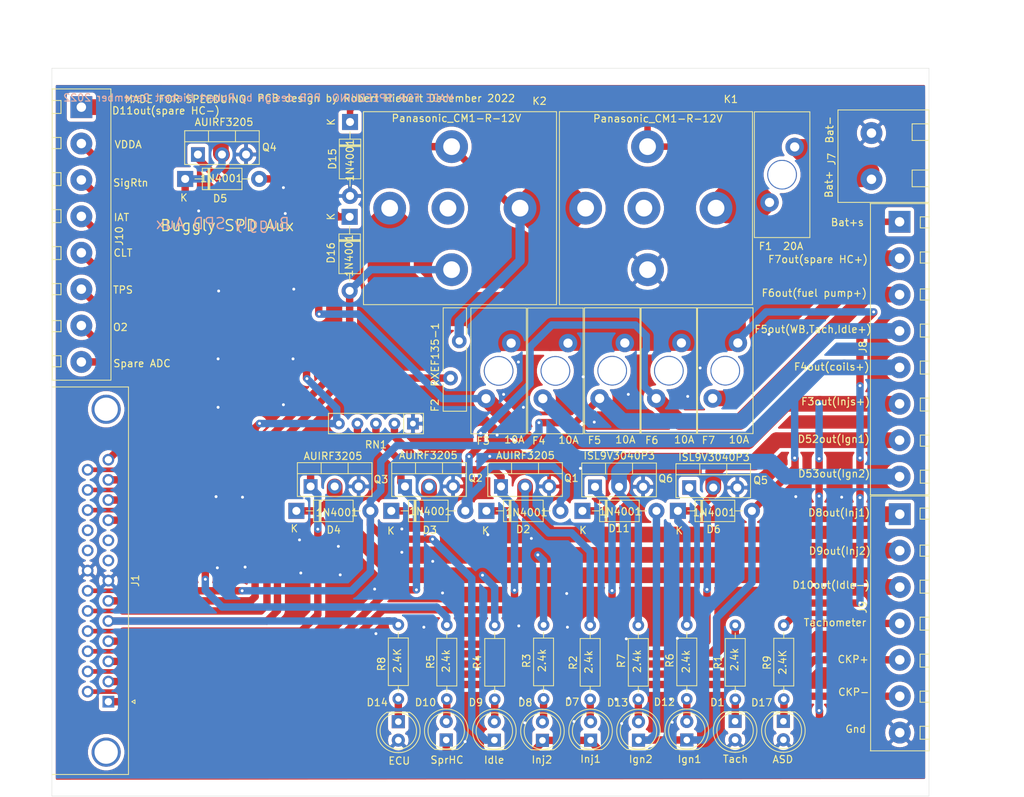
<source format=kicad_pcb>
(kicad_pcb (version 20171130) (host pcbnew "(5.1.6)-1")
  (title_block (title DP1600iAuxTop) (date 2022-11-27) (company "Robert Hiebert"))
  (layers (0 F.Cu signal) (31 B.Cu signal) (34 B.Paste user) (35 F.Paste user) (36 B.SilkS user hide) (37 F.SilkS user) (38 B.Mask user) (39 F.Mask user) (44 Edge.Cuts user))
  (net 0 "")
  (net 1 GND)
  (net 2 "Net-(D1-Pad1)")
  (net 3 F7-out)
  (net 4 F3-out)
  (net 5 D8-out)
  (net 6 D9-out)
  (net 7 F4-out)
  (net 8 D10-out)
  (net 9 D11-out)
  (net 10 Bat+s)
  (net 11 F5-out)
  (net 12 F6-out)
  (net 13 D52-out)
  (net 14 D53-out)
  (net 15 Bat+)
  (net 16 "Net-(F1-Pad1)")
  (net 17 12V-Raw)
  (net 18 "Net-(F3-Pad1)")
  (net 19 Tachometer)
  (net 20 D8-control)
  (net 21 D9-control)
  (net 22 D10-control)
  (net 23 D11-control)
  (net 24 D50-control)
  (net 25 D52-control)
  (net 26 D53-control)
  (net 27 VDDA)
  (net 28 SigRtn)
  (net 29 Spare-ADC)
  (net 30 TPS-Sensor)
  (net 31 O2-Sensor)
  (net 32 CLT-Sensor)
  (net 33 IAT-Sensor)
  (net 34 "Net-(K1-Pad87A)")
  (net 35 "Net-(K2-Pad87A)")
  (net 36 CKP+)
  (net 37 CKP-)
  (net 38 "Net-(D7-Pad2)")
  (net 39 "Net-(D8-Pad2)")
  (net 40 "Net-(D9-Pad2)")
  (net 41 "Net-(D10-Pad2)")
  (net 42 "Net-(D12-Pad2)")
  (net 43 "Net-(D13-Pad2)")
  (net 44 "Net-(D14-Pad1)")
  (net 45 "Net-(D16-Pad1)")
  (net 46 "Net-(D17-Pad1)")
  (net 47 "Net-(J1-Pad21)")
  (net 48 "Net-(J1-Pad8)")
  (net 49 "Net-(J1-Pad22)")
  (net 50 "Net-(J1-Pad9)")
  (module Resistor_THT:R_Axial_DIN0207_L6.3mm_D2.5mm_P10.16mm_Horizontal (layer F.Cu) (at 202.057 103.5304 270)
    (fp_text reference R9 (at 5.1562 2.286 90) (layer F.SilkS))
    (fp_text value 2.4K (at 5.1054 0.1524 90) (layer F.SilkS))
    (pad 2 thru_hole oval (at 10.16 0 270) (size 1.6 1.6) (drill 0.8) (layers *.Cu *.Mask) (net 46 "Net-(D17-Pad1)"))
    (pad 1 thru_hole circle (at 0 0 270) (size 1.6 1.6) (drill 0.8) (layers *.Cu *.Mask) (net 18 "Net-(F3-Pad1)"))
  )
  (module "Buggly SPD Aux:VCF4-1000" (layer F.Cu) (at 192.7606 46.2534 180)
    (fp_text reference K1 (at -2.032 14.9606 180) (layer F.SilkS))
    (fp_text value Panasonic_CM1-R-12V (at 7.9756 12.2936 180) (layer F.SilkS))
    (pad 30 thru_hole circle (at 0 0 180) (size 4.5 4.5) (drill 2.3) (layers *.Cu *.Mask) (net 16 "Net-(F1-Pad1)"))
    (pad 87A thru_hole circle (at 9.9 0 180) (size 4.5 4.5) (drill 2.3) (layers *.Cu *.Mask) (net 34 "Net-(K1-Pad87A)"))
    (pad 87 thru_hole circle (at 17.9 0 180) (size 4.5 4.5) (drill 2.3) (layers *.Cu *.Mask) (net 45 "Net-(D16-Pad1)"))
    (pad 85 thru_hole circle (at 9.4 -8.45 180) (size 4.5 4.5) (drill 2.3) (layers *.Cu *.Mask) (net 1 GND))
    (pad 86 thru_hole circle (at 9.4 8.45 180) (size 4.5 4.5) (drill 2.3) (layers *.Cu *.Mask) (net 10 Bat+s))
  )
  (module "Buggly SPD Aux:VCF4-1000" (layer F.Cu) (at 165.862 46.2534 180)
    (fp_text reference K2 (at -2.667 14.7066 180) (layer F.SilkS))
    (fp_text value Panasonic_CM1-R-12V (at 8.7376 12.3444 180) (layer F.SilkS))
    (pad 30 thru_hole circle (at 0 0 180) (size 4.5 4.5) (drill 2.3) (layers *.Cu *.Mask) (net 45 "Net-(D16-Pad1)"))
    (pad 87A thru_hole circle (at 9.9 0 180) (size 4.5 4.5) (drill 2.3) (layers *.Cu *.Mask) (net 35 "Net-(K2-Pad87A)"))
    (pad 87 thru_hole circle (at 17.9 0 180) (size 4.5 4.5) (drill 2.3) (layers *.Cu *.Mask) (net 18 "Net-(F3-Pad1)"))
    (pad 85 thru_hole circle (at 9.4 -8.45 180) (size 4.5 4.5) (drill 2.3) (layers *.Cu *.Mask) (net 24 D50-control))
    (pad 86 thru_hole circle (at 9.4 8.45 180) (size 4.5 4.5) (drill 2.3) (layers *.Cu *.Mask) (net 45 "Net-(D16-Pad1)"))
  )
  (module "Buggly Gruesome AuxTop:TO-220-3_Vertical_Wide" (layer F.Cu) (at 189.8396 84.6328)
    (fp_text reference Q5 (at 9.0424 -0.9906) (layer F.SilkS))
    (fp_text value ISL9V3040P3 (at 2.6416 -4.1656) (layer F.SilkS))
    (pad 1 thru_hole rect (at -0.762 0) (size 1.905 2) (drill 1.1) (layers *.Cu *.Mask) (net 25 D52-control))
    (pad 2 thru_hole oval (at 2.54 0) (size 1.905 2) (drill 1.1) (layers *.Cu *.Mask) (net 13 D52-out))
    (pad 3 thru_hole oval (at 5.842 0) (size 1.905 2) (drill 1.1) (layers *.Cu *.Mask) (net 1 GND))
  )
  (module "Buggly SPD Aux:Phoenix_1729063_Rt" (layer F.Cu) (at 217.9066 117.348 270)
    (fp_text reference J9 (at -16.2814 4.9784 270) (layer F.SilkS))
    (fp_text value Screw_Terminal_01x07)
    (pad 2 thru_hole circle (at -24.0538 -0.0762 90) (size 3 3) (drill 1.3) (layers *.Cu *.Mask) (net 6 D9-out))
    (pad 3 thru_hole circle (at -19.0538 -0.0762 90) (size 3 3) (drill 1.3) (layers *.Cu *.Mask) (net 8 D10-out))
    (pad 4 thru_hole circle (at -14.0538 -0.0762 90) (size 3 3) (drill 1.3) (layers *.Cu *.Mask) (net 19 Tachometer))
    (pad 5 thru_hole circle (at -9.0538 -0.0762 90) (size 3 3) (drill 1.3) (layers *.Cu *.Mask) (net 36 CKP+))
    (pad 6 thru_hole circle (at -4.0538 -0.0762 90) (size 3 3) (drill 1.3) (layers *.Cu *.Mask) (net 37 CKP-))
    (pad 1 thru_hole rect (at -29.0538 -0.0762 90) (size 3 3) (drill 1.3) (layers *.Cu *.Mask) (net 5 D8-out))
    (pad 7 thru_hole circle (at 0.9462 -0.0762 90) (size 3 3) (drill 1.3) (layers *.Cu *.Mask) (net 1 GND))
  )
  (module "Buggly SPD Aux:Phoenix_1729076" (layer F.Cu) (at 105.6386 57.3786 270)
    (fp_text reference J10 (at -7.2898 -5.207 90) (layer F.SilkS))
    (fp_text value Screw_Terminal_01x08)
    (pad 1 thru_hole rect (at -25 0 270) (size 3 3) (drill 1.3) (layers *.Cu *.Mask) (net 9 D11-out))
    (pad 8 thru_hole circle (at 10 0 270) (size 3 3) (drill 1.3) (layers *.Cu *.Mask) (net 29 Spare-ADC))
    (pad 7 thru_hole circle (at 5 0 270) (size 3 3) (drill 1.3) (layers *.Cu *.Mask) (net 31 O2-Sensor))
    (pad 2 thru_hole circle (at -20 0 270) (size 3 3) (drill 1.3) (layers *.Cu *.Mask) (net 27 VDDA))
    (pad 3 thru_hole circle (at -15 0 270) (size 3 3) (drill 1.3) (layers *.Cu *.Mask) (net 28 SigRtn))
    (pad 4 thru_hole circle (at -10 0 270) (size 3 3) (drill 1.3) (layers *.Cu *.Mask) (net 33 IAT-Sensor))
    (pad 5 thru_hole circle (at -5 0 270) (size 3 3) (drill 1.3) (layers *.Cu *.Mask) (net 32 CLT-Sensor))
    (pad 6 thru_hole circle (at 0 0 270) (size 3 3) (drill 1.3) (layers *.Cu *.Mask) (net 30 TPS-Sensor))
  )
  (module "Buggly SPD Aux:Phoenix_1729076_Rt" (layer F.Cu) (at 217.9574 73.1266 270)
    (fp_text reference J8 (at -7.7978 5.0292 90) (layer F.SilkS))
    (fp_text value Screw_Terminal_01x08)
    (pad 1 thru_hole rect (at -25 0 270) (size 3 3) (drill 1.3) (layers *.Cu *.Mask) (net 10 Bat+s))
    (pad 8 thru_hole circle (at 10 0 270) (size 3 3) (drill 1.3) (layers *.Cu *.Mask) (net 14 D53-out))
    (pad 7 thru_hole circle (at 5 0 270) (size 3 3) (drill 1.3) (layers *.Cu *.Mask) (net 13 D52-out))
    (pad 2 thru_hole circle (at -20 0 270) (size 3 3) (drill 1.3) (layers *.Cu *.Mask) (net 3 F7-out))
    (pad 3 thru_hole circle (at -15 0 270) (size 3 3) (drill 1.3) (layers *.Cu *.Mask) (net 12 F6-out))
    (pad 4 thru_hole circle (at -10 0 270) (size 3 3) (drill 1.3) (layers *.Cu *.Mask) (net 11 F5-out))
    (pad 5 thru_hole circle (at -5 0 270) (size 3 3) (drill 1.3) (layers *.Cu *.Mask) (net 7 F4-out))
    (pad 6 thru_hole circle (at 0 0 270) (size 3 3) (drill 1.3) (layers *.Cu *.Mask) (net 4 F3-out))
  )
  (module "Buggly SPD Aux:Phoenix_1714955" (layer F.Cu) (at 214.0966 42.291 270)
    (fp_text reference J7 (at -2.7686 5.461 90) (layer F.SilkS))
    (fp_text value Screw_Terminal_01x02)
    (pad 2 thru_hole circle (at 0 0 270) (size 3 3) (drill 1.3) (layers *.Cu *.Mask) (net 15 Bat+))
    (pad 1 thru_hole circle (at -6.35 0 270) (size 3 3) (drill 1.3) (layers *.Cu *.Mask) (net 1 GND))
  )
  (module Connector_Dsub:DSUB-25_Female_Horizontal_P2.77x2.84mm_EdgePinOffset4.94mm_Housed_MountingHolesOffset7.48mm (layer F.Cu) (at 109.347 114.046 270)
    (fp_text reference J1 (at -16.62 -3.7 90) (layer F.SilkS))
    (fp_text value DB25_Female)
    (pad 0 thru_hole circle (at 6.93 0.3 270) (size 4 4) (drill 3.2) (layers *.Cu *.Mask))
    (pad 0 thru_hole circle (at -40.17 0.3 270) (size 4 4) (drill 3.2) (layers *.Cu *.Mask))
    (pad 25 thru_hole circle (at -31.855 2.84 270) (size 1.6 1.6) (drill 1) (layers *.Cu *.Mask) (net 31 O2-Sensor))
    (pad 24 thru_hole circle (at -29.085 2.84 270) (size 1.6 1.6) (drill 1) (layers *.Cu *.Mask) (net 32 CLT-Sensor))
    (pad 23 thru_hole circle (at -26.315 2.84 270) (size 1.6 1.6) (drill 1) (layers *.Cu *.Mask) (net 28 SigRtn))
    (pad 22 thru_hole circle (at -23.545 2.84 270) (size 1.6 1.6) (drill 1) (layers *.Cu *.Mask) (net 49 "Net-(J1-Pad22)"))
    (pad 21 thru_hole circle (at -20.775 2.84 270) (size 1.6 1.6) (drill 1) (layers *.Cu *.Mask) (net 47 "Net-(J1-Pad21)"))
    (pad 20 thru_hole circle (at -18.005 2.84 270) (size 1.6 1.6) (drill 1) (layers *.Cu *.Mask) (net 1 GND))
    (pad 19 thru_hole circle (at -15.235 2.84 270) (size 1.6 1.6) (drill 1) (layers *.Cu *.Mask) (net 11 F5-out))
    (pad 18 thru_hole circle (at -12.465 2.84 270) (size 1.6 1.6) (drill 1) (layers *.Cu *.Mask) (net 24 D50-control))
    (pad 17 thru_hole circle (at -9.695 2.84 270) (size 1.6 1.6) (drill 1) (layers *.Cu *.Mask) (net 22 D10-control))
    (pad 16 thru_hole circle (at -6.925 2.84 270) (size 1.6 1.6) (drill 1) (layers *.Cu *.Mask) (net 20 D8-control))
    (pad 15 thru_hole circle (at -4.155 2.84 270) (size 1.6 1.6) (drill 1) (layers *.Cu *.Mask) (net 25 D52-control))
    (pad 14 thru_hole circle (at -1.385 2.84 270) (size 1.6 1.6) (drill 1) (layers *.Cu *.Mask) (net 36 CKP+))
    (pad 13 thru_hole circle (at -33.24 0 270) (size 1.6 1.6) (drill 1) (layers *.Cu *.Mask) (net 29 Spare-ADC))
    (pad 12 thru_hole circle (at -30.47 0 270) (size 1.6 1.6) (drill 1) (layers *.Cu *.Mask) (net 30 TPS-Sensor))
    (pad 11 thru_hole circle (at -27.7 0 270) (size 1.6 1.6) (drill 1) (layers *.Cu *.Mask) (net 33 IAT-Sensor))
    (pad 10 thru_hole circle (at -24.93 0 270) (size 1.6 1.6) (drill 1) (layers *.Cu *.Mask) (net 27 VDDA))
    (pad 9 thru_hole circle (at -22.16 0 270) (size 1.6 1.6) (drill 1) (layers *.Cu *.Mask) (net 50 "Net-(J1-Pad9)"))
    (pad 8 thru_hole circle (at -19.39 0 270) (size 1.6 1.6) (drill 1) (layers *.Cu *.Mask) (net 48 "Net-(J1-Pad8)"))
    (pad 7 thru_hole circle (at -16.62 0 270) (size 1.6 1.6) (drill 1) (layers *.Cu *.Mask) (net 1 GND))
    (pad 6 thru_hole circle (at -13.85 0 270) (size 1.6 1.6) (drill 1) (layers *.Cu *.Mask) (net 23 D11-control))
    (pad 5 thru_hole circle (at -11.08 0 270) (size 1.6 1.6) (drill 1) (layers *.Cu *.Mask) (net 17 12V-Raw))
    (pad 4 thru_hole circle (at -8.31 0 270) (size 1.6 1.6) (drill 1) (layers *.Cu *.Mask) (net 21 D9-control))
    (pad 3 thru_hole circle (at -5.54 0 270) (size 1.6 1.6) (drill 1) (layers *.Cu *.Mask) (net 26 D53-control))
    (pad 2 thru_hole circle (at -2.77 0 270) (size 1.6 1.6) (drill 1) (layers *.Cu *.Mask) (net 19 Tachometer))
    (pad 1 thru_hole rect (at 0 0 270) (size 1.6 1.6) (drill 1) (layers *.Cu *.Mask) (net 37 CKP-))
  )
  (module Resistor_THT:R_Array_SIP5 (layer F.Cu) (at 151.1554 75.8444 180)
    (fp_text reference RN1 (at 5.08 -2.8956) (layer F.SilkS))
    (fp_text value R_Network04_US)
    (pad 5 thru_hole oval (at 10.16 0 180) (size 1.6 1.6) (drill 0.8) (layers *.Cu *.Mask) (net 23 D11-control))
    (pad 4 thru_hole oval (at 7.62 0 180) (size 1.6 1.6) (drill 0.8) (layers *.Cu *.Mask) (net 22 D10-control))
    (pad 3 thru_hole oval (at 5.08 0 180) (size 1.6 1.6) (drill 0.8) (layers *.Cu *.Mask) (net 21 D9-control))
    (pad 2 thru_hole oval (at 2.54 0 180) (size 1.6 1.6) (drill 0.8) (layers *.Cu *.Mask) (net 20 D8-control))
    (pad 1 thru_hole rect (at 0 0 180) (size 1.6 1.6) (drill 0.8) (layers *.Cu *.Mask) (net 1 GND))
  )
  (module Resistor_THT:R_Axial_DIN0207_L6.3mm_D2.5mm_P10.16mm_Horizontal (layer F.Cu) (at 149.1488 103.4796 270)
    (fp_text reference R8 (at 5.3848 2.3114 90) (layer F.SilkS))
    (fp_text value 2.4K (at 4.9276 0.127 90) (layer F.SilkS))
    (pad 2 thru_hole oval (at 10.16 0 270) (size 1.6 1.6) (drill 0.8) (layers *.Cu *.Mask) (net 44 "Net-(D14-Pad1)"))
    (pad 1 thru_hole circle (at 0 0 270) (size 1.6 1.6) (drill 0.8) (layers *.Cu *.Mask) (net 17 12V-Raw))
  )
  (module Resistor_THT:R_Axial_DIN0207_L6.3mm_D2.5mm_P10.16mm_Horizontal (layer F.Cu) (at 182.0926 103.5558 270)
    (fp_text reference R7 (at 4.8768 2.3368 90) (layer F.SilkS))
    (fp_text value 2.4k (at 4.9276 0.1524 90) (layer F.SilkS))
    (pad 2 thru_hole oval (at 10.16 0 270) (size 1.6 1.6) (drill 0.8) (layers *.Cu *.Mask) (net 43 "Net-(D13-Pad2)"))
    (pad 1 thru_hole circle (at 0 0 270) (size 1.6 1.6) (drill 0.8) (layers *.Cu *.Mask) (net 14 D53-out))
  )
  (module Resistor_THT:R_Axial_DIN0207_L6.3mm_D2.5mm_P10.16mm_Horizontal (layer F.Cu) (at 188.7474 103.505 270)
    (fp_text reference R6 (at 4.8768 2.3368 90) (layer F.SilkS))
    (fp_text value 2.4k (at 5.0292 0.1016 90) (layer F.SilkS))
    (pad 2 thru_hole oval (at 10.16 0 270) (size 1.6 1.6) (drill 0.8) (layers *.Cu *.Mask) (net 42 "Net-(D12-Pad2)"))
    (pad 1 thru_hole circle (at 0 0 270) (size 1.6 1.6) (drill 0.8) (layers *.Cu *.Mask) (net 13 D52-out))
  )
  (module Resistor_THT:R_Axial_DIN0207_L6.3mm_D2.5mm_P10.16mm_Horizontal (layer F.Cu) (at 155.8036 103.5304 270)
    (fp_text reference R5 (at 5.0292 2.2352 90) (layer F.SilkS))
    (fp_text value 2.4k (at 4.9276 0.1016 90) (layer F.SilkS))
    (pad 2 thru_hole oval (at 10.16 0 270) (size 1.6 1.6) (drill 0.8) (layers *.Cu *.Mask) (net 41 "Net-(D10-Pad2)"))
    (pad 1 thru_hole circle (at 0 0 270) (size 1.6 1.6) (drill 0.8) (layers *.Cu *.Mask) (net 9 D11-out))
  )
  (module Resistor_THT:R_Axial_DIN0207_L6.3mm_D2.5mm_P10.16mm_Horizontal (layer F.Cu) (at 162.3822 103.5558 270)
    (fp_text reference R4 (at 5.0292 2.3876 90) (layer F.SilkS))
    (fp_text value 2.4k)
    (pad 2 thru_hole oval (at 10.16 0 270) (size 1.6 1.6) (drill 0.8) (layers *.Cu *.Mask) (net 40 "Net-(D9-Pad2)"))
    (pad 1 thru_hole circle (at 0 0 270) (size 1.6 1.6) (drill 0.8) (layers *.Cu *.Mask) (net 8 D10-out))
  )
  (module Resistor_THT:R_Axial_DIN0207_L6.3mm_D2.5mm_P10.16mm_Horizontal (layer F.Cu) (at 169.0878 103.505 270)
    (fp_text reference R3 (at 4.9276 2.3368 90) (layer F.SilkS))
    (fp_text value 2.4k (at 4.8768 0.2032 90) (layer F.SilkS))
    (pad 2 thru_hole oval (at 10.16 0 270) (size 1.6 1.6) (drill 0.8) (layers *.Cu *.Mask) (net 39 "Net-(D8-Pad2)"))
    (pad 1 thru_hole circle (at 0 0 270) (size 1.6 1.6) (drill 0.8) (layers *.Cu *.Mask) (net 6 D9-out))
  )
  (module Resistor_THT:R_Axial_DIN0207_L6.3mm_D2.5mm_P10.16mm_Horizontal (layer F.Cu) (at 175.4886 103.5558 270)
    (fp_text reference R2 (at 5.1308 2.3368 90) (layer F.SilkS))
    (fp_text value 2.4k (at 5.0292 0.2032 90) (layer F.SilkS))
    (pad 2 thru_hole oval (at 10.16 0 270) (size 1.6 1.6) (drill 0.8) (layers *.Cu *.Mask) (net 38 "Net-(D7-Pad2)"))
    (pad 1 thru_hole circle (at 0 0 270) (size 1.6 1.6) (drill 0.8) (layers *.Cu *.Mask) (net 5 D8-out))
  )
  (module Resistor_THT:R_Axial_DIN0207_L6.3mm_D2.5mm_P10.16mm_Horizontal (layer F.Cu) (at 195.4022 113.7158 90)
    (fp_text reference R1 (at 5.08 -2.37 90) (layer F.SilkS))
    (fp_text value 2.4k (at 5.461 -0.1016 90) (layer F.SilkS))
    (pad 2 thru_hole oval (at 10.16 0 90) (size 1.6 1.6) (drill 0.8) (layers *.Cu *.Mask) (net 19 Tachometer))
    (pad 1 thru_hole circle (at 0 0 90) (size 1.6 1.6) (drill 0.8) (layers *.Cu *.Mask) (net 2 "Net-(D1-Pad1)"))
  )
  (module "Buggly Gruesome AuxTop:TO-220-3_Vertical_Wide" (layer F.Cu) (at 176.911 84.5312)
    (fp_text reference Q6 (at 8.9408 -1.143) (layer F.SilkS))
    (fp_text value ISL9V3040P3 (at 2.5654 -4.2672) (layer F.SilkS))
    (pad 1 thru_hole rect (at -0.762 0) (size 1.905 2) (drill 1.1) (layers *.Cu *.Mask) (net 26 D53-control))
    (pad 2 thru_hole oval (at 2.54 0) (size 1.905 2) (drill 1.1) (layers *.Cu *.Mask) (net 14 D53-out))
    (pad 3 thru_hole oval (at 5.842 0) (size 1.905 2) (drill 1.1) (layers *.Cu *.Mask) (net 1 GND))
  )
  (module "Buggly Gruesome AuxTop:TO-220-3_Vertical_Wide" (layer F.Cu) (at 122.4026 38.8874)
    (fp_text reference Q4 (at 9.0424 -0.9906) (layer F.SilkS))
    (fp_text value AUIRF3205 (at 2.8194 -4.445) (layer F.SilkS))
    (pad 1 thru_hole rect (at -0.762 0) (size 1.905 2) (drill 1.1) (layers *.Cu *.Mask) (net 23 D11-control))
    (pad 2 thru_hole oval (at 2.54 0) (size 1.905 2) (drill 1.1) (layers *.Cu *.Mask) (net 9 D11-out))
    (pad 3 thru_hole oval (at 5.842 0) (size 1.905 2) (drill 1.1) (layers *.Cu *.Mask) (net 1 GND))
  )
  (module "Buggly Gruesome AuxTop:TO-220-3_Vertical_Wide" (layer F.Cu) (at 137.8712 84.4804)
    (fp_text reference Q3 (at 8.89 -0.9652) (layer F.SilkS))
    (fp_text value AUIRF3205 (at 2.3114 -4.1656) (layer F.SilkS))
    (pad 1 thru_hole rect (at -0.762 0) (size 1.905 2) (drill 1.1) (layers *.Cu *.Mask) (net 22 D10-control))
    (pad 2 thru_hole oval (at 2.54 0) (size 1.905 2) (drill 1.1) (layers *.Cu *.Mask) (net 8 D10-out))
    (pad 3 thru_hole oval (at 5.842 0) (size 1.905 2) (drill 1.1) (layers *.Cu *.Mask) (net 1 GND))
  )
  (module "Buggly Gruesome AuxTop:TO-220-3_Vertical_Wide" (layer F.Cu) (at 150.8252 84.4804)
    (fp_text reference Q2 (at 8.9154 -1.1684) (layer F.SilkS))
    (fp_text value AUIRF3205 (at 2.4384 -4.2672) (layer F.SilkS))
    (pad 1 thru_hole rect (at -0.762 0) (size 1.905 2) (drill 1.1) (layers *.Cu *.Mask) (net 21 D9-control))
    (pad 2 thru_hole oval (at 2.54 0) (size 1.905 2) (drill 1.1) (layers *.Cu *.Mask) (net 6 D9-out))
    (pad 3 thru_hole oval (at 5.842 0) (size 1.905 2) (drill 1.1) (layers *.Cu *.Mask) (net 1 GND))
  )
  (module "Buggly Gruesome AuxTop:TO-220-3_Vertical_Wide" (layer F.Cu) (at 164.0078 84.4804)
    (fp_text reference Q1 (at 8.89 -1.143) (layer F.SilkS))
    (fp_text value AUIRF3205 (at 2.5908 -4.2418) (layer F.SilkS))
    (pad 1 thru_hole rect (at -0.762 0) (size 1.905 2) (drill 1.1) (layers *.Cu *.Mask) (net 20 D8-control))
    (pad 2 thru_hole oval (at 2.54 0) (size 1.905 2) (drill 1.1) (layers *.Cu *.Mask) (net 5 D8-out))
    (pad 3 thru_hole oval (at 5.842 0) (size 1.905 2) (drill 1.1) (layers *.Cu *.Mask) (net 1 GND))
  )
  (module "Buggly SPD Aux:01530008Z_Fuse_Holder" (layer F.Cu) (at 194.0306 68.58 180)
    (fp_text reference F7 (at 2.3114 -9.5504) (layer F.SilkS))
    (fp_text value 10A (at -1.8796 -9.4742) (layer F.SilkS))
    (pad "" thru_hole circle (at 0 0 180) (size 4.064 4.064) (drill 3.7846) (layers *.Cu *.Mask))
    (pad 2 thru_hole circle (at 1.7272 -3.81 180) (size 2.54 2.54) (drill 1.27) (layers *.Cu *.Mask) (net 3 F7-out))
    (pad 1 thru_hole circle (at -1.7272 3.81 180) (size 2.54 2.54) (drill 1.27) (layers *.Cu *.Mask) (net 18 "Net-(F3-Pad1)"))
  )
  (module "Buggly SPD Aux:01530008Z_Fuse_Holder" (layer F.Cu) (at 186.2836 68.58 180)
    (fp_text reference F6 (at 2.3368 -9.5504) (layer F.SilkS))
    (fp_text value 10A (at -2.1082 -9.4742) (layer F.SilkS))
    (pad "" thru_hole circle (at 0 0 180) (size 4.064 4.064) (drill 3.7846) (layers *.Cu *.Mask))
    (pad 2 thru_hole circle (at 1.7272 -3.81 180) (size 2.54 2.54) (drill 1.27) (layers *.Cu *.Mask) (net 12 F6-out))
    (pad 1 thru_hole circle (at -1.7272 3.81 180) (size 2.54 2.54) (drill 1.27) (layers *.Cu *.Mask) (net 18 "Net-(F3-Pad1)"))
  )
  (module "Buggly SPD Aux:01530008Z_Fuse_Holder" (layer F.Cu) (at 178.5112 68.58 180)
    (fp_text reference F5 (at 2.4384 -9.5504) (layer F.SilkS))
    (fp_text value 10A (at -1.8034 -9.4742) (layer F.SilkS))
    (pad "" thru_hole circle (at 0 0 180) (size 4.064 4.064) (drill 3.7846) (layers *.Cu *.Mask))
    (pad 2 thru_hole circle (at 1.7272 -3.81 180) (size 2.54 2.54) (drill 1.27) (layers *.Cu *.Mask) (net 11 F5-out))
    (pad 1 thru_hole circle (at -1.7272 3.81 180) (size 2.54 2.54) (drill 1.27) (layers *.Cu *.Mask) (net 18 "Net-(F3-Pad1)"))
  )
  (module "Buggly SPD Aux:01530008Z_Fuse_Holder" (layer F.Cu) (at 170.7134 68.6054 180)
    (fp_text reference F4 (at 2.286 -9.6012) (layer F.SilkS))
    (fp_text value 10A (at -1.8034 -9.4996) (layer F.SilkS))
    (pad "" thru_hole circle (at 0 0 180) (size 4.064 4.064) (drill 3.7846) (layers *.Cu *.Mask))
    (pad 2 thru_hole circle (at 1.7272 -3.81 180) (size 2.54 2.54) (drill 1.27) (layers *.Cu *.Mask) (net 7 F4-out))
    (pad 1 thru_hole circle (at -1.7272 3.81 180) (size 2.54 2.54) (drill 1.27) (layers *.Cu *.Mask) (net 18 "Net-(F3-Pad1)"))
  )
  (module "Buggly SPD Aux:01530008Z_Fuse_Holder" (layer F.Cu) (at 162.9156 68.6054 180)
    (fp_text reference F3 (at 2.1082 -9.6266) (layer F.SilkS))
    (fp_text value 10A (at -2.159 -9.4488) (layer F.SilkS))
    (pad "" thru_hole circle (at 0 0 180) (size 4.064 4.064) (drill 3.7846) (layers *.Cu *.Mask))
    (pad 2 thru_hole circle (at 1.7272 -3.81 180) (size 2.54 2.54) (drill 1.27) (layers *.Cu *.Mask) (net 4 F3-out))
    (pad 1 thru_hole circle (at -1.7272 3.81 180) (size 2.54 2.54) (drill 1.27) (layers *.Cu *.Mask) (net 18 "Net-(F3-Pad1)"))
  )
  (module Fuse:Fuse_Bourns_MF-RHT750 (layer F.Cu) (at 156.3116 69.596 90)
    (fp_text reference F2 (at -3.7338 -2.1336 90) (layer F.SilkS))
    (fp_text value RXEF135-1 (at 3.2258 -2.1082 90) (layer F.SilkS))
    (pad 2 thru_hole circle (at 5.1 1.2 90) (size 2.01 2.01) (drill 1.01) (layers *.Cu *.Mask) (net 45 "Net-(D16-Pad1)"))
    (pad 1 thru_hole circle (at 0 0 90) (size 2.01 2.01) (drill 1.01) (layers *.Cu *.Mask) (net 17 12V-Raw))
  )
  (module "Buggly SPD Aux:01530008Z_Fuse_Holder" (layer F.Cu) (at 201.8284 41.656)
    (fp_text reference F1 (at -2.286 9.8298) (layer F.SilkS))
    (fp_text value 20A (at 1.524 9.8298) (layer F.SilkS))
    (pad "" thru_hole circle (at 0 0) (size 4.064 4.064) (drill 3.7846) (layers *.Cu *.Mask))
    (pad 2 thru_hole circle (at 1.7272 -3.81) (size 2.54 2.54) (drill 1.27) (layers *.Cu *.Mask) (net 15 Bat+))
    (pad 1 thru_hole circle (at -1.7272 3.81) (size 2.54 2.54) (drill 1.27) (layers *.Cu *.Mask) (net 16 "Net-(F1-Pad1)"))
  )
  (module LED_THT:LED_D5.0mm (layer F.Cu) (at 202.0062 116.7384 270)
    (fp_text reference D17 (at -2.5654 2.9718 180) (layer F.SilkS))
    (fp_text value LED)
    (pad 2 thru_hole circle (at 2.54 0 270) (size 1.8 1.8) (drill 0.9) (layers *.Cu *.Mask) (net 1 GND))
    (pad 1 thru_hole rect (at 0 0 270) (size 1.8 1.8) (drill 0.9) (layers *.Cu *.Mask) (net 46 "Net-(D17-Pad1)"))
  )
  (module Diode_THT:D_DO-41_SOD81_P10.16mm_Horizontal (layer F.Cu) (at 142.4686 47.4472 270)
    (fp_text reference D16 (at 4.953 2.5654 90) (layer F.SilkS))
    (fp_text value 1N4001 (at 5.3086 0.0762 90) (layer F.SilkS))
    (fp_text user K (at -0.0254 2.5654 90) (layer F.SilkS))
    (pad 2 thru_hole oval (at 10.16 0 270) (size 2.2 2.2) (drill 1.1) (layers *.Cu *.Mask) (net 24 D50-control))
    (pad 1 thru_hole rect (at 0 0 270) (size 2.2 2.2) (drill 1.1) (layers *.Cu *.Mask) (net 45 "Net-(D16-Pad1)"))
  )
  (module Diode_THT:D_DO-41_SOD81_P10.16mm_Horizontal (layer F.Cu) (at 142.5194 34.417 270)
    (fp_text reference D15 (at 5.08 2.413 90) (layer F.SilkS))
    (fp_text value 1N4001 (at 5.2578 0 90) (layer F.SilkS))
    (fp_text user K (at 0 2.5908 90) (layer F.SilkS))
    (pad 2 thru_hole oval (at 10.16 0 270) (size 2.2 2.2) (drill 1.1) (layers *.Cu *.Mask) (net 1 GND))
    (pad 1 thru_hole rect (at 0 0 270) (size 2.2 2.2) (drill 1.1) (layers *.Cu *.Mask) (net 10 Bat+s))
  )
  (module LED_THT:LED_D5.0mm (layer F.Cu) (at 149.1488 116.7892 270)
    (fp_text reference D14 (at -2.6416 2.8956 180) (layer F.SilkS))
    (fp_text value LED)
    (pad 2 thru_hole circle (at 2.54 0 270) (size 1.8 1.8) (drill 0.9) (layers *.Cu *.Mask) (net 1 GND))
    (pad 1 thru_hole rect (at 0 0 270) (size 1.8 1.8) (drill 0.9) (layers *.Cu *.Mask) (net 44 "Net-(D14-Pad1)"))
  )
  (module LED_THT:LED_D5.0mm (layer F.Cu) (at 182.118 119.3292 90)
    (fp_text reference D13 (at 5.1562 -2.8702 180) (layer F.SilkS))
    (fp_text value LED)
    (pad 2 thru_hole circle (at 2.54 0 90) (size 1.8 1.8) (drill 0.9) (layers *.Cu *.Mask) (net 43 "Net-(D13-Pad2)"))
    (pad 1 thru_hole rect (at 0 0 90) (size 1.8 1.8) (drill 0.9) (layers *.Cu *.Mask) (net 7 F4-out))
  )
  (module LED_THT:LED_D5.0mm (layer F.Cu) (at 188.7474 119.3038 90)
    (fp_text reference D12 (at 5.207 -3.0734 180) (layer F.SilkS))
    (fp_text value LED)
    (pad 2 thru_hole circle (at 2.54 0 90) (size 1.8 1.8) (drill 0.9) (layers *.Cu *.Mask) (net 42 "Net-(D12-Pad2)"))
    (pad 1 thru_hole rect (at 0 0 90) (size 1.8 1.8) (drill 0.9) (layers *.Cu *.Mask) (net 7 F4-out))
  )
  (module Diode_THT:D_DO-41_SOD81_P10.16mm_Horizontal (layer F.Cu) (at 174.4218 87.8332)
    (fp_text reference D11 (at 5.0292 2.413) (layer F.SilkS))
    (fp_text value 1N4001 (at 5.207 0.1016) (layer F.SilkS))
    (fp_text user K (at 0.0762 2.667) (layer F.SilkS))
    (pad 2 thru_hole oval (at 10.16 0) (size 2.2 2.2) (drill 1.1) (layers *.Cu *.Mask) (net 7 F4-out))
    (pad 1 thru_hole rect (at 0 0) (size 2.2 2.2) (drill 1.1) (layers *.Cu *.Mask) (net 14 D53-out))
  )
  (module LED_THT:LED_D5.0mm (layer F.Cu) (at 155.7274 119.3038 90)
    (fp_text reference D10 (at 5.1562 -2.8448 180) (layer F.SilkS))
    (fp_text value LED)
    (pad 2 thru_hole circle (at 2.54 0 90) (size 1.8 1.8) (drill 0.9) (layers *.Cu *.Mask) (net 41 "Net-(D10-Pad2)"))
    (pad 1 thru_hole rect (at 0 0 90) (size 1.8 1.8) (drill 0.9) (layers *.Cu *.Mask) (net 4 F3-out))
  )
  (module LED_THT:LED_D5.0mm (layer F.Cu) (at 162.3314 119.3292 90)
    (fp_text reference D9 (at 5.1816 -2.54 180) (layer F.SilkS))
    (fp_text value LED)
    (pad 2 thru_hole circle (at 2.54 0 90) (size 1.8 1.8) (drill 0.9) (layers *.Cu *.Mask) (net 40 "Net-(D9-Pad2)"))
    (pad 1 thru_hole rect (at 0 0 90) (size 1.8 1.8) (drill 0.9) (layers *.Cu *.Mask) (net 11 F5-out))
  )
  (module LED_THT:LED_D5.0mm (layer F.Cu) (at 168.9354 119.3546 90)
    (fp_text reference D8 (at 5.1816 -2.3622 180) (layer F.SilkS))
    (fp_text value LED)
    (pad 2 thru_hole circle (at 2.54 0 90) (size 1.8 1.8) (drill 0.9) (layers *.Cu *.Mask) (net 39 "Net-(D8-Pad2)"))
    (pad 1 thru_hole rect (at 0 0 90) (size 1.8 1.8) (drill 0.9) (layers *.Cu *.Mask) (net 4 F3-out))
  )
  (module LED_THT:LED_D5.0mm (layer F.Cu) (at 175.5394 119.3292 90)
    (fp_text reference D7 (at 5.2324 -2.54 180) (layer F.SilkS))
    (fp_text value LED)
    (pad 2 thru_hole circle (at 2.54 0 90) (size 1.8 1.8) (drill 0.9) (layers *.Cu *.Mask) (net 38 "Net-(D7-Pad2)"))
    (pad 1 thru_hole rect (at 0 0 90) (size 1.8 1.8) (drill 0.9) (layers *.Cu *.Mask) (net 4 F3-out))
  )
  (module Diode_THT:D_DO-41_SOD81_P10.16mm_Horizontal (layer F.Cu) (at 187.5282 87.8332)
    (fp_text reference D6 (at 4.9022 2.54) (layer F.SilkS))
    (fp_text value 1N4001 (at 4.9784 0.2286) (layer F.SilkS))
    (fp_text user K (at 0.1778 2.7178) (layer F.SilkS))
    (pad 2 thru_hole oval (at 10.16 0) (size 2.2 2.2) (drill 1.1) (layers *.Cu *.Mask) (net 7 F4-out))
    (pad 1 thru_hole rect (at 0 0) (size 2.2 2.2) (drill 1.1) (layers *.Cu *.Mask) (net 13 D52-out))
  )
  (module Diode_THT:D_DO-41_SOD81_P10.16mm_Horizontal (layer F.Cu) (at 119.888 42.2402)
    (fp_text reference D5 (at 4.8006 2.6924) (layer F.SilkS))
    (fp_text value 1N4001 (at 4.9784 -0.0762) (layer F.SilkS))
    (fp_text user K (at -0.1778 2.5908) (layer F.SilkS))
    (pad 2 thru_hole oval (at 10.16 0) (size 2.2 2.2) (drill 1.1) (layers *.Cu *.Mask) (net 4 F3-out))
    (pad 1 thru_hole rect (at 0 0) (size 2.2 2.2) (drill 1.1) (layers *.Cu *.Mask) (net 9 D11-out))
  )
  (module Diode_THT:D_DO-41_SOD81_P10.16mm_Horizontal (layer F.Cu) (at 135.1534 87.8332)
    (fp_text reference D4 (at 5.1308 2.6162) (layer F.SilkS))
    (fp_text value 1N4001 (at 5.5626 0.2286) (layer F.SilkS))
    (fp_text user K (at -0.2794 2.4384) (layer F.SilkS))
    (pad 2 thru_hole oval (at 10.16 0) (size 2.2 2.2) (drill 1.1) (layers *.Cu *.Mask) (net 11 F5-out))
    (pad 1 thru_hole rect (at 0 0) (size 2.2 2.2) (drill 1.1) (layers *.Cu *.Mask) (net 8 D10-out))
  )
  (module Diode_THT:D_DO-41_SOD81_P10.16mm_Horizontal (layer F.Cu) (at 148.1836 87.8332)
    (fp_text reference D3 (at 5.2832 2.6416) (layer F.SilkS))
    (fp_text value 1N4001 (at 5.3594 0.0762) (layer F.SilkS))
    (fp_text user K (at -0.0508 2.7432) (layer F.SilkS))
    (pad 2 thru_hole oval (at 10.16 0) (size 2.2 2.2) (drill 1.1) (layers *.Cu *.Mask) (net 12 F6-out))
    (pad 1 thru_hole rect (at 0 0) (size 2.2 2.2) (drill 1.1) (layers *.Cu *.Mask) (net 6 D9-out))
  )
  (module Diode_THT:D_DO-41_SOD81_P10.16mm_Horizontal (layer F.Cu) (at 161.2392 87.8332)
    (fp_text reference D2 (at 5.0546 2.54) (layer F.SilkS))
    (fp_text value 1N4001 (at 5.5118 0.2286) (layer F.SilkS))
    (fp_text user K (at -0.1016 2.7178) (layer F.SilkS))
    (pad 2 thru_hole oval (at 10.16 0) (size 2.2 2.2) (drill 1.1) (layers *.Cu *.Mask) (net 12 F6-out))
    (pad 1 thru_hole rect (at 0 0) (size 2.2 2.2) (drill 1.1) (layers *.Cu *.Mask) (net 5 D8-out))
  )
  (module LED_THT:LED_D5.0mm (layer F.Cu) (at 195.3768 116.7384 270)
    (fp_text reference D1 (at -2.5908 2.4384 180) (layer F.SilkS))
    (fp_text value LED)
    (pad 2 thru_hole circle (at 2.54 0 270) (size 1.8 1.8) (drill 0.9) (layers *.Cu *.Mask) (net 1 GND))
    (pad 1 thru_hole rect (at 0 0 270) (size 1.8 1.8) (drill 0.9) (layers *.Cu *.Mask) (net 2 "Net-(D1-Pad1)"))
  )
  (gr_text ECU (at 149.2758 122.174) (layer F.SilkS) (effects (font (size 1 1))))
  (gr_text SprHC (at 155.829 122.047) (layer F.SilkS) (effects (font (size 1 1))))
  (gr_text Idle (at 162.306 122.047) (layer F.SilkS) (effects (font (size 1 1))))
  (gr_text Inj2 (at 168.8592 122.0216) (layer F.SilkS) (effects (font (size 1 1))))
  (gr_text Inj1 (at 175.5394 121.92) (layer F.SilkS) (effects (font (size 1 1))))
  (gr_text Ign2 (at 182.4228 121.9454) (layer F.SilkS) (effects (font (size 1 1))))
  (gr_text Ign1 (at 189.1284 121.9454) (layer F.SilkS) (effects (font (size 1 1))))
  (gr_text Tach (at 195.4276 121.92) (layer F.SilkS) (effects (font (size 1 1))))
  (gr_text ASD (at 201.93 121.9708) (layer F.SilkS) (effects (font (size 1 1))))
  (gr_text "Buggly SPD Aux" (at 125.0442 48.3616) (layer B.SilkS) (effects (font (size 1.524 1.524) (thickness 0.1778)) (justify mirror)))
  (gr_text "Buggly SPD Aux" (at 125.6538 48.641) (layer F.SilkS) (effects (font (size 1.524 1.524) (thickness 0.1778))))
  (gr_text Bat- (at 208.3562 35.4838 90) (layer F.SilkS) (effects (font (size 1 1))))
  (gr_text Bat+ (at 208.2546 42.9768 90) (layer F.SilkS) (effects (font (size 1 1))))
  (gr_text Bat+s (at 210.7946 48.2092) (layer F.SilkS) (effects (font (size 1 1))))
  (gr_text "F7out(spare HC+)" (at 206.756 53.2892) (layer F.SilkS) (effects (font (size 1 1))))
  (gr_text "F6out(fuel pump+)" (at 206.248 57.912) (layer F.SilkS) (effects (font (size 1 1))))
  (gr_text "F5out(WB,Tach,Idle+)" (at 206.0702 62.8904) (layer F.SilkS) (effects (font (size 1 1))))
  (gr_text "F4out(coils+)" (at 208.6356 68.0466) (layer F.SilkS) (effects (font (size 1 1))))
  (gr_text "F3out(Injs+)" (at 209.169 72.8218) (layer F.SilkS) (effects (font (size 1 1))))
  (gr_text "D52out(Ign1)" (at 208.915 77.978) (layer F.SilkS) (effects (font (size 1 1))))
  (gr_text "D53out(Ign2)" (at 208.9658 82.7278) (layer F.SilkS) (effects (font (size 1 1))))
  (gr_text "D8out(Inj1)" (at 209.6516 88.0872) (layer F.SilkS) (effects (font (size 1 1))))
  (gr_text "D9out(Inj2)" (at 209.7532 93.345) (layer F.SilkS) (effects (font (size 1 1))))
  (gr_text "D10out(Idle-)" (at 208.5594 98.0186) (layer F.SilkS) (effects (font (size 1 1))))
  (gr_text Tachometer (at 209.0928 103.1748) (layer F.SilkS) (effects (font (size 1 1))))
  (gr_text Gnd (at 211.9376 117.8052) (layer F.SilkS) (effects (font (size 1 1))))
  (gr_text CKP+ (at 211.582 108.2294) (layer F.SilkS) (effects (font (size 1 1))))
  (gr_text CKP- (at 211.6582 112.7252) (layer F.SilkS) (effects (font (size 1 1))))
  (gr_text O2 (at 110.998 62.611) (layer F.SilkS) (effects (font (size 1 1))))
  (gr_text TPS (at 111.3536 57.4802) (layer F.SilkS) (effects (font (size 1 1))))
  (gr_text CLT (at 111.3536 52.4002) (layer F.SilkS) (effects (font (size 1 1))))
  (gr_text IAT (at 111.1504 47.5234) (layer F.SilkS) (effects (font (size 1 1))))
  (gr_text SigRtn (at 112.4204 42.7736) (layer F.SilkS) (effects (font (size 1 1))))
  (gr_text VDDA (at 112.0648 37.5158) (layer F.SilkS) (effects (font (size 1 1))))
  (gr_text "D11out(spare HC-)" (at 117.2464 32.8676) (layer F.SilkS) (effects (font (size 1 1))))
  (gr_text "Spare ADC" (at 113.9698 67.5894) (layer F.SilkS) (effects (font (size 1 1))))
  (gr_text "PCB design by Robert Hiebert December 2022" (at 120.8532 31.0896) (layer B.SilkS) (effects (font (size 1 1)) (justify mirror)))
  (gr_text "MADE FOR SPEEDUINO" (at 148.4122 31.1404) (layer B.SilkS) (effects (font (size 1 1)) (justify mirror)))
  (gr_text "PCB design by Robert Hiebert December 2022" (at 147.4724 31.1658) (layer F.SilkS) (effects (font (size 1 1))))
  (gr_text "MADE FOR SPEEDUINO" (at 119.9388 31.2928) (layer F.SilkS) (effects (font (size 1 1))))
  (gr_line (start 221.996 27.051) (end 221.996 127) (layer Edge.Cuts) (width 0.05))
  (gr_line (start 101.6 27.051) (end 221.996 27.051) (layer Edge.Cuts) (width 0.05))
  (gr_line (start 101.6 127) (end 101.6 27.051) (layer Edge.Cuts) (width 0.05))
  (gr_line (start 101.6 127) (end 221.996 127) (layer Edge.Cuts) (width 0.05))
  (via (at 133.3754 43.434) (size 0.8) (drill 0.4) (layers F.Cu B.Cu) (net 1))
  (via (at 121.7422 46.6344) (size 0.8) (drill 0.4) (layers F.Cu B.Cu) (net 1))
  (via (at 133.6294 46.99) (size 0.8) (drill 0.4) (layers F.Cu B.Cu) (net 1))
  (via (at 124.4092 66.9544) (size 0.8) (drill 0.4) (layers F.Cu B.Cu) (net 1))
  (via (at 134.6962 66.9544) (size 0.8) (drill 0.4) (layers F.Cu B.Cu) (net 1))
  (via (at 124.4854 57.6326) (size 0.8) (drill 0.4) (layers F.Cu B.Cu) (net 1))
  (via (at 134.7978 57.3786) (size 0.8) (drill 0.4) (layers F.Cu B.Cu) (net 1))
  (via (at 133.3754 73.2536) (size 0.8) (drill 0.4) (layers F.Cu B.Cu) (net 1))
  (via (at 124.4092 73.6092) (size 0.8) (drill 0.4) (layers F.Cu B.Cu) (net 1))
  (via (at 124.1298 85.8774) (size 0.8) (drill 0.4) (layers F.Cu B.Cu) (net 1))
  (via (at 124.3076 95.6564) (size 0.8) (drill 0.4) (layers F.Cu B.Cu) (net 1))
  (via (at 127.762 85.9536) (size 0.8) (drill 0.4) (layers F.Cu B.Cu) (net 1))
  (via (at 128.1176 95.5548) (size 0.8) (drill 0.4) (layers F.Cu B.Cu) (net 1))
  (via (at 135.5852 91.821) (size 0.8) (drill 0.4) (layers F.Cu B.Cu) (net 1))
  (via (at 135.763 96.3676) (size 0.8) (drill 0.4) (layers F.Cu B.Cu) (net 1))
  (via (at 140.9192 92.71) (size 0.8) (drill 0.4) (layers F.Cu B.Cu) (net 1))
  (via (at 141.1732 96.6216) (size 0.8) (drill 0.4) (layers F.Cu B.Cu) (net 1))
  (via (at 149.6314 90.3224) (size 0.8) (drill 0.4) (layers F.Cu B.Cu) (net 1))
  (via (at 149.6314 93.5228) (size 0.8) (drill 0.4) (layers F.Cu B.Cu) (net 1))
  (via (at 145.8976 98.5774) (size 0.8) (drill 0.4) (layers F.Cu B.Cu) (net 1))
  (via (at 146.0754 104.6988) (size 0.8) (drill 0.4) (layers F.Cu B.Cu) (net 1))
  (via (at 152.654 103.8098) (size 0.8) (drill 0.4) (layers F.Cu B.Cu) (net 1))
  (via (at 165.6842 103.632) (size 0.8) (drill 0.4) (layers F.Cu B.Cu) (net 1))
  (via (at 172.3644 103.8098) (size 0.8) (drill 0.4) (layers F.Cu B.Cu) (net 1))
  (via (at 180.4416 105.41) (size 0.8) (drill 0.4) (layers F.Cu B.Cu) (net 1))
  (via (at 187.452 105.3338) (size 0.8) (drill 0.4) (layers F.Cu B.Cu) (net 1))
  (via (at 203.708 85.8774) (size 0.8) (drill 0.4) (layers F.Cu B.Cu) (net 1))
  (via (at 210.0072 85.9536) (size 0.8) (drill 0.4) (layers F.Cu B.Cu) (net 1))
  (via (at 153.8732 94.7674) (size 0.8) (drill 0.4) (layers F.Cu B.Cu) (net 1))
  (via (at 155.2194 99.1108) (size 0.8) (drill 0.4) (layers F.Cu B.Cu) (net 1))
  (via (at 172.2628 99.187) (size 0.8) (drill 0.4) (layers F.Cu B.Cu) (net 1))
  (via (at 166.3192 73.6092) (size 0.8) (drill 0.4) (layers F.Cu B.Cu) (net 1))
  (via (at 188.8744 72.1106) (size 0.8) (drill 0.4) (layers F.Cu B.Cu) (net 1))
  (via (at 190.5762 68.199) (size 0.8) (drill 0.4) (layers F.Cu B.Cu) (net 1))
  (via (at 186.7408 116.8654) (size 0.8) (drill 0.4) (layers F.Cu B.Cu) (net 1))
  (via (at 179.8066 117.0432) (size 0.8) (drill 0.4) (layers F.Cu B.Cu) (net 1))
  (via (at 173.2534 116.7638) (size 0.8) (drill 0.4) (layers F.Cu B.Cu) (net 1))
  (via (at 166.497 116.9416) (size 0.8) (drill 0.4) (layers F.Cu B.Cu) (net 1))
  (via (at 158.3182 119.5324) (size 0.8) (drill 0.4) (layers F.Cu B.Cu) (net 1))
  (via (at 165.9636 113.5634) (size 0.8) (drill 0.4) (layers F.Cu B.Cu) (net 1))
  (via (at 172.5422 113.5634) (size 0.8) (drill 0.4) (layers F.Cu B.Cu) (net 1))
  (via (at 179.0192 113.665) (size 0.8) (drill 0.4) (layers F.Cu B.Cu) (net 1))
  (via (at 186.563 113.7412) (size 0.8) (drill 0.4) (layers F.Cu B.Cu) (net 1))
  (via (at 174.1424 81.9912) (size 0.8) (drill 0.4) (layers F.Cu B.Cu) (net 1))
  (via (at 200.025 63.5762) (size 0.8) (drill 0.4) (layers F.Cu B.Cu) (net 1))
  (via (at 162.7124 77.4192) (size 0.8) (drill 0.4) (layers F.Cu B.Cu) (net 1))
  (via (at 161.6964 80.3402) (size 0.8) (drill 0.4) (layers F.Cu B.Cu) (net 1))
  (via (at 174.5234 69.4182) (size 0.8) (drill 0.4) (layers F.Cu B.Cu) (net 1))
  (via (at 163.6014 71.8312) (size 0.8) (drill 0.4) (layers F.Cu B.Cu) (net 1))
  (via (at 165.6334 67.3862) (size 0.8) (drill 0.4) (layers F.Cu B.Cu) (net 1))
  (via (at 161.4424 91.1098) (size 0.8) (drill 0.4) (layers F.Cu B.Cu) (net 1))
  (via (at 167.4114 91.6178) (size 0.8) (drill 0.4) (layers F.Cu B.Cu) (net 1))
  (via (at 176.0474 75.6412) (size 0.8) (drill 0.4) (layers F.Cu B.Cu) (net 1))
  (via (at 180.721 71.8312) (size 0.8) (drill 0.4) (layers F.Cu B.Cu) (net 1))
  (segment (start 195.4022 116.713) (end 195.3768 116.7384) (width 1.016) (layer F.Cu) (net 2))
  (segment (start 195.4022 113.7666) (end 195.4022 116.713) (width 1.016) (layer F.Cu) (net 2))
  (segment (start 192.3034 72.39) (end 195.5038 72.39) (width 2.159) (layer F.Cu) (net 3))
  (segment (start 214.7672 53.1266) (end 217.9574 53.1266) (width 2.159) (layer F.Cu) (net 3))
  (segment (start 195.5038 72.39) (end 214.7672 53.1266) (width 2.159) (layer F.Cu) (net 3))
  (segment (start 197.104 78.2828) (end 202.2602 73.1266) (width 2.159) (layer F.Cu) (net 4))
  (segment (start 161.1884 72.4154) (end 167.0558 78.2828) (width 2.159) (layer F.Cu) (net 4))
  (segment (start 167.0558 78.2828) (end 197.104 78.2828) (width 2.159) (layer F.Cu) (net 4))
  (segment (start 175.514 119.3546) (end 175.5394 119.3292) (width 1.016) (layer F.Cu) (net 4))
  (segment (start 168.9354 119.3546) (end 175.514 119.3546) (width 1.016) (layer F.Cu) (net 4))
  (segment (start 168.9354 119.3546) (end 168.9354 119.6086) (width 1.016) (layer F.Cu) (net 4))
  (segment (start 168.9354 119.6086) (end 166.7256 121.8184) (width 1.016) (layer F.Cu) (net 4))
  (segment (start 166.7256 121.8184) (end 156.845 121.8184) (width 1.016) (layer F.Cu) (net 4))
  (segment (start 155.7274 120.7008) (end 155.7274 119.3038) (width 1.016) (layer F.Cu) (net 4))
  (segment (start 156.845 121.8184) (end 155.7274 120.7008) (width 1.016) (layer F.Cu) (net 4))
  (segment (start 130.048 42.2402) (end 135.2042 42.2402) (width 1.016) (layer F.Cu) (net 4))
  (segment (start 135.2042 42.2402) (end 138.2268 45.2628) (width 1.016) (layer F.Cu) (net 4))
  (via (at 138.2776 60.8076) (size 0.8) (drill 0.4) (layers F.Cu B.Cu) (net 4))
  (segment (start 138.2268 45.2628) (end 138.2268 60.7568) (width 1.016) (layer F.Cu) (net 4))
  (segment (start 138.2268 60.7568) (end 138.2776 60.8076) (width 1.016) (layer F.Cu) (net 4))
  (segment (start 138.2776 60.8076) (end 143.6116 60.8076) (width 1.016) (layer B.Cu) (net 4))
  (segment (start 155.2194 72.4154) (end 161.1884 72.4154) (width 1.016) (layer B.Cu) (net 4))
  (segment (start 143.6116 60.8076) (end 155.2194 72.4154) (width 1.016) (layer B.Cu) (net 4))
  (segment (start 175.5394 119.3292) (end 175.5394 119.4816) (width 1.016) (layer F.Cu) (net 4))
  (segment (start 175.5394 119.4816) (end 177.927 121.8692) (width 1.016) (layer F.Cu) (net 4))
  (segment (start 177.927 121.8692) (end 205.232 121.8692) (width 1.016) (layer F.Cu) (net 4))
  (segment (start 205.232 121.8692) (end 206.9592 120.142) (width 1.016) (layer F.Cu) (net 4))
  (via (at 206.9084 115.2652) (size 0.8) (drill 0.4) (layers F.Cu B.Cu) (net 4))
  (segment (start 206.9592 120.142) (end 206.9592 115.316) (width 1.016) (layer F.Cu) (net 4))
  (segment (start 206.9592 115.316) (end 206.9084 115.2652) (width 1.016) (layer F.Cu) (net 4))
  (segment (start 206.9084 115.2652) (end 206.9084 90.8304) (width 1.016) (layer B.Cu) (net 4))
  (segment (start 206.9084 90.8304) (end 206.9084 85.8012) (width 1.016) (layer B.Cu) (net 4))
  (via (at 206.9084 85.8012) (size 0.8) (drill 0.4) (layers F.Cu B.Cu) (net 4))
  (via (at 206.9084 80.6704) (size 0.8) (drill 0.4) (layers F.Cu B.Cu) (net 4))
  (segment (start 206.9084 85.8012) (end 206.9084 80.6704) (width 1.016) (layer F.Cu) (net 4))
  (segment (start 206.9084 73.2028) (end 206.9846 73.1266) (width 1.016) (layer B.Cu) (net 4))
  (segment (start 206.9084 80.6704) (end 206.9084 73.2028) (width 1.016) (layer B.Cu) (net 4))
  (via (at 206.9846 73.1266) (size 0.8) (drill 0.4) (layers F.Cu B.Cu) (net 4))
  (segment (start 202.2602 73.1266) (end 206.9846 73.1266) (width 2.159) (layer F.Cu) (net 4))
  (segment (start 206.9846 73.1266) (end 217.9574 73.1266) (width 2.159) (layer F.Cu) (net 4))
  (segment (start 217.9828 88.2942) (end 202.6374 88.2942) (width 2.159) (layer F.Cu) (net 5))
  (segment (start 202.6374 88.2942) (end 199.8472 91.0844) (width 2.159) (layer F.Cu) (net 5))
  (segment (start 199.8472 91.0844) (end 170.1038 91.0844) (width 2.159) (layer F.Cu) (net 5))
  (segment (start 166.5478 87.5284) (end 166.5478 84.4804) (width 2.159) (layer F.Cu) (net 5))
  (segment (start 170.1038 91.0844) (end 166.5478 87.5284) (width 2.159) (layer F.Cu) (net 5))
  (segment (start 166.5478 84.4804) (end 166.5478 85.7504) (width 1.016) (layer F.Cu) (net 5))
  (segment (start 164.465 87.8332) (end 161.2392 87.8332) (width 1.016) (layer F.Cu) (net 5))
  (segment (start 166.5478 85.7504) (end 164.465 87.8332) (width 1.016) (layer F.Cu) (net 5))
  (segment (start 175.4886 103.5558) (end 175.4886 93.4212) (width 1.016) (layer B.Cu) (net 5))
  (segment (start 175.4886 93.4212) (end 172.9232 90.8558) (width 1.016) (layer B.Cu) (net 5))
  (segment (start 172.9232 90.8558) (end 169.799 90.8558) (width 1.016) (layer B.Cu) (net 5))
  (segment (start 166.5478 87.6046) (end 166.5478 84.4804) (width 1.016) (layer B.Cu) (net 5))
  (segment (start 169.799 90.8558) (end 166.5478 87.6046) (width 1.016) (layer B.Cu) (net 5))
  (segment (start 153.3652 87.376) (end 153.3652 84.4804) (width 2.159) (layer F.Cu) (net 6))
  (segment (start 159.8676 93.8784) (end 153.3652 87.376) (width 2.159) (layer F.Cu) (net 6))
  (segment (start 217.9828 93.2942) (end 201.6252 93.2942) (width 2.159) (layer F.Cu) (net 6))
  (segment (start 201.6252 93.2942) (end 201.041 93.8784) (width 2.159) (layer F.Cu) (net 6))
  (segment (start 153.3652 84.4804) (end 153.3652 85.8774) (width 1.016) (layer F.Cu) (net 6))
  (segment (start 151.4094 87.8332) (end 148.1836 87.8332) (width 1.016) (layer F.Cu) (net 6))
  (segment (start 153.3652 85.8774) (end 151.4094 87.8332) (width 1.016) (layer F.Cu) (net 6))
  (via (at 168.3004 93.8784) (size 0.8) (drill 0.4) (layers F.Cu B.Cu) (net 6))
  (segment (start 169.0878 94.6658) (end 168.3004 93.8784) (width 1.016) (layer B.Cu) (net 6))
  (segment (start 169.0878 103.505) (end 169.0878 94.6658) (width 1.016) (layer B.Cu) (net 6))
  (segment (start 201.041 93.8784) (end 168.3004 93.8784) (width 2.159) (layer F.Cu) (net 6))
  (segment (start 168.3004 93.8784) (end 159.8676 93.8784) (width 2.159) (layer F.Cu) (net 6))
  (segment (start 185.039 88.3158) (end 184.658 87.9348) (width 0.889) (layer B.Cu) (net 7))
  (segment (start 168.9862 72.4154) (end 174.5996 78.0288) (width 2.159) (layer B.Cu) (net 7))
  (segment (start 174.5996 78.0288) (end 197.2564 78.0288) (width 2.159) (layer B.Cu) (net 7))
  (segment (start 182.1434 119.3038) (end 182.118 119.3292) (width 1.016) (layer F.Cu) (net 7))
  (segment (start 188.7474 119.3038) (end 182.1434 119.3038) (width 1.016) (layer F.Cu) (net 7))
  (segment (start 182.118 119.3292) (end 183.5658 119.3292) (width 1.016) (layer B.Cu) (net 7))
  (segment (start 184.5818 118.3132) (end 184.5818 87.8332) (width 1.016) (layer B.Cu) (net 7))
  (segment (start 183.5658 119.3292) (end 184.5818 118.3132) (width 1.016) (layer B.Cu) (net 7))
  (segment (start 188.7474 119.3038) (end 191.135 119.3038) (width 1.016) (layer B.Cu) (net 7))
  (segment (start 191.135 119.3038) (end 192.8368 117.602) (width 1.016) (layer B.Cu) (net 7))
  (segment (start 192.8368 117.602) (end 192.8368 102.5398) (width 1.016) (layer B.Cu) (net 7))
  (segment (start 197.6882 97.6884) (end 197.6882 87.8332) (width 1.016) (layer B.Cu) (net 7))
  (segment (start 192.8368 102.5398) (end 197.6882 97.6884) (width 1.016) (layer B.Cu) (net 7))
  (segment (start 207.1586 68.1266) (end 210.359 68.1266) (width 2.159) (layer B.Cu) (net 7))
  (segment (start 209.9818 68.5038) (end 210.359 68.1266) (width 1.016) (layer B.Cu) (net 7))
  (segment (start 210.359 68.1266) (end 217.9574 68.1266) (width 2.159) (layer B.Cu) (net 7))
  (segment (start 197.6882 87.8332) (end 203.6064 81.915) (width 1.016) (layer F.Cu) (net 7))
  (via (at 203.5556 80.5688) (size 0.8) (drill 0.4) (layers F.Cu B.Cu) (net 7))
  (segment (start 203.6064 81.915) (end 203.6064 80.6196) (width 1.016) (layer F.Cu) (net 7))
  (segment (start 203.6064 80.6196) (end 203.5556 80.5688) (width 1.016) (layer F.Cu) (net 7))
  (segment (start 203.5556 72.2376) (end 203.3016 71.9836) (width 1.016) (layer B.Cu) (net 7))
  (segment (start 203.5556 80.5688) (end 203.5556 72.2376) (width 1.016) (layer B.Cu) (net 7))
  (segment (start 197.2564 78.0288) (end 203.3016 71.9836) (width 2.159) (layer B.Cu) (net 7))
  (segment (start 203.3016 71.9836) (end 207.1586 68.1266) (width 2.159) (layer B.Cu) (net 7))
  (segment (start 217.9828 98.2942) (end 215.9724 98.2942) (width 2.159) (layer F.Cu) (net 8))
  (segment (start 215.9724 98.2942) (end 214.3506 96.6724) (width 2.159) (layer F.Cu) (net 8))
  (segment (start 140.4112 88.1888) (end 140.4112 84.4804) (width 2.159) (layer F.Cu) (net 8))
  (segment (start 148.8948 96.6724) (end 140.4112 88.1888) (width 2.159) (layer F.Cu) (net 8))
  (segment (start 140.4112 84.4804) (end 140.4112 85.598) (width 1.016) (layer F.Cu) (net 8))
  (segment (start 138.176 87.8332) (end 135.1534 87.8332) (width 1.016) (layer F.Cu) (net 8))
  (segment (start 140.4112 85.598) (end 138.176 87.8332) (width 1.016) (layer F.Cu) (net 8))
  (via (at 160.7058 96.6724) (size 0.8) (drill 0.4) (layers F.Cu B.Cu) (net 8))
  (segment (start 162.3822 98.3488) (end 160.7058 96.6724) (width 1.016) (layer B.Cu) (net 8))
  (segment (start 162.3822 103.5558) (end 162.3822 98.3488) (width 1.016) (layer B.Cu) (net 8))
  (segment (start 214.3506 96.6724) (end 160.7058 96.6724) (width 2.159) (layer F.Cu) (net 8))
  (segment (start 160.7058 96.6724) (end 148.8948 96.6724) (width 2.159) (layer F.Cu) (net 8))
  (segment (start 105.6386 32.3786) (end 121.4056 32.3786) (width 2.159) (layer F.Cu) (net 9))
  (segment (start 121.4056 32.3786) (end 124.7902 35.7632) (width 2.159) (layer F.Cu) (net 9))
  (segment (start 124.7902 38.735) (end 124.9426 38.8874) (width 2.159) (layer F.Cu) (net 9))
  (segment (start 124.7902 35.7632) (end 124.7902 38.735) (width 2.159) (layer F.Cu) (net 9))
  (segment (start 124.9426 38.8874) (end 124.9426 40.513) (width 1.016) (layer B.Cu) (net 9))
  (segment (start 123.2154 42.2402) (end 119.888 42.2402) (width 1.016) (layer B.Cu) (net 9))
  (segment (start 124.9426 40.513) (end 123.2154 42.2402) (width 1.016) (layer B.Cu) (net 9))
  (segment (start 119.888 42.2402) (end 119.888 49.3014) (width 1.016) (layer F.Cu) (net 9))
  (via (at 122.6566 97.2312) (size 0.8) (drill 0.4) (layers F.Cu B.Cu) (net 9))
  (segment (start 119.888 49.3014) (end 122.6566 52.07) (width 1.016) (layer F.Cu) (net 9))
  (segment (start 122.6566 52.07) (end 122.6566 97.2312) (width 1.016) (layer F.Cu) (net 9))
  (segment (start 122.6566 97.2312) (end 122.6566 98.7298) (width 1.016) (layer B.Cu) (net 9))
  (segment (start 122.6566 98.7298) (end 124.968 101.0412) (width 1.016) (layer B.Cu) (net 9))
  (segment (start 124.968 101.0412) (end 154.4066 101.0412) (width 1.016) (layer B.Cu) (net 9))
  (segment (start 155.8036 102.4382) (end 155.8036 103.5304) (width 1.016) (layer B.Cu) (net 9))
  (segment (start 154.4066 101.0412) (end 155.8036 102.4382) (width 1.016) (layer B.Cu) (net 9))
  (segment (start 217.9574 48.1266) (end 202.9778 48.1266) (width 0.889) (layer F.Cu) (net 10))
  (segment (start 202.9778 48.1266) (end 200.533 50.5714) (width 0.889) (layer F.Cu) (net 10))
  (segment (start 200.533 50.5714) (end 189.6872 50.5714) (width 0.889) (layer F.Cu) (net 10))
  (segment (start 189.6872 50.5714) (end 187.5536 48.4378) (width 0.889) (layer F.Cu) (net 10))
  (segment (start 187.5536 48.4378) (end 187.5536 38.9128) (width 0.889) (layer F.Cu) (net 10))
  (segment (start 186.4442 37.8034) (end 183.3606 37.8034) (width 0.889) (layer F.Cu) (net 10))
  (segment (start 187.5536 38.9128) (end 186.4442 37.8034) (width 0.889) (layer F.Cu) (net 10))
  (segment (start 142.5194 34.417) (end 142.5194 32.7406) (width 0.889) (layer F.Cu) (net 10))
  (segment (start 142.5194 32.7406) (end 144.2212 31.0388) (width 0.889) (layer F.Cu) (net 10))
  (segment (start 144.2212 31.0388) (end 181.61 31.0388) (width 0.889) (layer F.Cu) (net 10))
  (segment (start 183.3606 32.7894) (end 183.3606 37.8034) (width 0.889) (layer F.Cu) (net 10))
  (segment (start 181.61 31.0388) (end 183.3606 32.7894) (width 0.889) (layer F.Cu) (net 10))
  (segment (start 106.507 98.811) (end 111.3232 98.811) (width 0.635) (layer F.Cu) (net 11))
  (segment (start 177.165 71.628) (end 177.165 71.755) (width 0.889) (layer B.Cu) (net 11))
  (segment (start 176.784 72.39) (end 179.8828 75.4888) (width 2.159) (layer B.Cu) (net 11))
  (segment (start 179.8828 75.4888) (end 196.2404 75.4888) (width 2.159) (layer B.Cu) (net 11))
  (segment (start 208.6026 63.1266) (end 217.9574 63.1266) (width 2.159) (layer B.Cu) (net 11))
  (segment (start 196.2404 75.4888) (end 208.6026 63.1266) (width 2.159) (layer B.Cu) (net 11))
  (segment (start 127.1344 98.806) (end 127.7112 98.806) (width 1.016) (layer F.Cu) (net 11))
  (via (at 127.7112 98.806) (size 0.8) (drill 0.4) (layers F.Cu B.Cu) (net 11))
  (segment (start 111.3232 98.811) (end 127.1294 98.811) (width 1.016) (layer F.Cu) (net 11))
  (segment (start 127.1294 98.811) (end 127.1344 98.806) (width 1.016) (layer F.Cu) (net 11))
  (segment (start 127.7112 98.806) (end 142.7226 98.806) (width 1.016) (layer B.Cu) (net 11))
  (segment (start 145.3134 96.2152) (end 145.3134 87.8332) (width 1.016) (layer B.Cu) (net 11))
  (segment (start 142.7226 98.806) (end 145.3134 96.2152) (width 1.016) (layer B.Cu) (net 11))
  (segment (start 145.3134 87.8332) (end 145.3134 86.4616) (width 1.016) (layer B.Cu) (net 11))
  (segment (start 145.3134 86.4616) (end 146.7358 85.0392) (width 1.016) (layer B.Cu) (net 11))
  (segment (start 146.7358 85.0392) (end 146.7358 81.0514) (width 1.016) (layer B.Cu) (net 11))
  (segment (start 146.7358 81.0514) (end 148.9202 78.867) (width 1.016) (layer B.Cu) (net 11))
  (via (at 168.4528 75.7174) (size 0.8) (drill 0.4) (layers F.Cu B.Cu) (net 11))
  (segment (start 148.9202 78.867) (end 166.632215 78.867) (width 1.016) (layer B.Cu) (net 11))
  (segment (start 168.4528 77.046415) (end 168.4528 75.7174) (width 1.016) (layer B.Cu) (net 11))
  (segment (start 166.632215 78.867) (end 168.4528 77.046415) (width 1.016) (layer B.Cu) (net 11))
  (segment (start 173.4566 75.7174) (end 176.784 72.39) (width 1.016) (layer F.Cu) (net 11))
  (segment (start 168.4528 75.7174) (end 173.4566 75.7174) (width 1.016) (layer F.Cu) (net 11))
  (segment (start 162.3314 119.3292) (end 161.163 119.3292) (width 1.016) (layer B.Cu) (net 11))
  (segment (start 161.163 119.3292) (end 159.2326 117.3988) (width 1.016) (layer B.Cu) (net 11))
  (via (at 153.8478 91.7194) (size 0.8) (drill 0.4) (layers F.Cu B.Cu) (net 11))
  (segment (start 159.2326 117.3988) (end 159.2326 97.1042) (width 1.016) (layer B.Cu) (net 11))
  (segment (start 159.2326 97.1042) (end 153.8478 91.7194) (width 1.016) (layer B.Cu) (net 11))
  (segment (start 153.8478 91.7194) (end 147.2946 91.7194) (width 1.016) (layer F.Cu) (net 11))
  (segment (start 145.3134 89.7382) (end 145.3134 87.8332) (width 1.016) (layer F.Cu) (net 11))
  (segment (start 147.2946 91.7194) (end 145.3134 89.7382) (width 1.016) (layer F.Cu) (net 11))
  (segment (start 184.5564 72.39) (end 187.7822 75.6158) (width 2.159) (layer F.Cu) (net 12))
  (segment (start 187.7822 75.6158) (end 195.9864 75.6158) (width 2.159) (layer F.Cu) (net 12))
  (segment (start 213.4756 58.1266) (end 217.9574 58.1266) (width 2.159) (layer F.Cu) (net 12))
  (segment (start 195.9864 75.6158) (end 213.4756 58.1266) (width 2.159) (layer F.Cu) (net 12))
  (segment (start 184.5564 72.39) (end 182.9054 70.739) (width 1.016) (layer B.Cu) (net 12))
  (segment (start 182.9054 70.739) (end 182.9054 65.913) (width 1.016) (layer B.Cu) (net 12))
  (segment (start 182.9054 65.913) (end 183.1848 65.6336) (width 1.016) (layer B.Cu) (net 12))
  (segment (start 183.1848 65.6336) (end 183.1848 63.8048) (width 1.016) (layer B.Cu) (net 12))
  (segment (start 183.1848 63.8048) (end 181.6862 62.3062) (width 1.016) (layer B.Cu) (net 12))
  (segment (start 181.6862 62.3062) (end 170.2308 62.3062) (width 1.016) (layer B.Cu) (net 12))
  (segment (start 170.2308 62.3062) (end 167.2336 65.3034) (width 1.016) (layer B.Cu) (net 12))
  (segment (start 167.2336 65.3034) (end 167.2336 69.6976) (width 1.016) (layer B.Cu) (net 12))
  (segment (start 167.2336 69.6976) (end 167.2336 70.3834) (width 1.016) (layer B.Cu) (net 12))
  (segment (start 167.2336 70.3834) (end 160.4518 77.1652) (width 1.016) (layer B.Cu) (net 12))
  (segment (start 160.4518 77.1652) (end 160.4264 77.1906) (width 1.016) (layer B.Cu) (net 12))
  (via (at 160.4518 77.1652) (size 0.8) (drill 0.4) (layers F.Cu B.Cu) (net 12))
  (segment (start 160.4518 77.1652) (end 160.4518 78.8162) (width 1.016) (layer F.Cu) (net 12))
  (via (at 158.8516 80.3656) (size 0.8) (drill 0.4) (layers F.Cu B.Cu) (net 12))
  (segment (start 160.4518 78.8162) (end 158.9024 80.3656) (width 1.016) (layer F.Cu) (net 12))
  (segment (start 158.9024 80.3656) (end 158.8516 80.3656) (width 1.016) (layer F.Cu) (net 12))
  (segment (start 158.8516 87.3252) (end 158.3436 87.8332) (width 1.016) (layer B.Cu) (net 12))
  (segment (start 158.8516 80.3656) (end 158.8516 87.3252) (width 1.016) (layer B.Cu) (net 12))
  (segment (start 158.3436 87.8332) (end 158.3436 86.4108) (width 1.016) (layer B.Cu) (net 12))
  (segment (start 158.3436 86.4108) (end 160.5788 84.1756) (width 1.016) (layer B.Cu) (net 12))
  (segment (start 160.5788 84.1756) (end 160.5788 83.0834) (width 1.016) (layer B.Cu) (net 12))
  (segment (start 160.5788 83.0834) (end 161.9504 81.7118) (width 1.016) (layer B.Cu) (net 12))
  (segment (start 161.9504 81.7118) (end 170.4086 81.7118) (width 1.016) (layer B.Cu) (net 12))
  (segment (start 170.4086 81.7118) (end 172.212 83.5152) (width 1.016) (layer B.Cu) (net 12))
  (segment (start 172.212 83.5152) (end 172.212 85.6234) (width 1.016) (layer B.Cu) (net 12))
  (segment (start 171.3992 86.4362) (end 171.3992 87.8332) (width 1.016) (layer B.Cu) (net 12))
  (segment (start 172.212 85.6234) (end 171.3992 86.4362) (width 1.016) (layer B.Cu) (net 12))
  (segment (start 217.9574 78.1266) (end 201.0702 78.1266) (width 2.159) (layer F.Cu) (net 13))
  (segment (start 201.0702 78.1266) (end 198.0184 81.1784) (width 2.159) (layer F.Cu) (net 13))
  (segment (start 198.0184 81.1784) (end 193.6242 81.1784) (width 2.159) (layer F.Cu) (net 13))
  (segment (start 192.3796 82.423) (end 192.3796 84.6328) (width 2.159) (layer F.Cu) (net 13))
  (segment (start 193.6242 81.1784) (end 192.3796 82.423) (width 2.159) (layer F.Cu) (net 13))
  (segment (start 192.3796 84.6328) (end 192.3796 85.598) (width 1.016) (layer F.Cu) (net 13))
  (segment (start 190.1444 87.8332) (end 187.5282 87.8332) (width 1.016) (layer F.Cu) (net 13))
  (segment (start 192.3796 85.598) (end 190.1444 87.8332) (width 1.016) (layer F.Cu) (net 13))
  (segment (start 188.7474 103.505) (end 188.7474 90.4494) (width 1.016) (layer B.Cu) (net 13))
  (segment (start 187.5282 89.2302) (end 187.5282 87.8332) (width 1.016) (layer B.Cu) (net 13))
  (segment (start 188.7474 90.4494) (end 187.5282 89.2302) (width 1.016) (layer B.Cu) (net 13))
  (segment (start 217.9574 83.1266) (end 202.3542 83.1266) (width 2.159) (layer B.Cu) (net 14))
  (segment (start 202.3542 83.1266) (end 200.3044 81.0768) (width 2.159) (layer B.Cu) (net 14))
  (segment (start 200.3044 81.0768) (end 180.8734 81.0768) (width 2.159) (layer B.Cu) (net 14))
  (segment (start 179.451 82.4992) (end 179.451 84.5312) (width 2.159) (layer B.Cu) (net 14))
  (segment (start 180.8734 81.0768) (end 179.451 82.4992) (width 2.159) (layer B.Cu) (net 14))
  (segment (start 179.451 84.5312) (end 179.451 85.8266) (width 1.016) (layer F.Cu) (net 14))
  (segment (start 177.4444 87.8332) (end 174.4218 87.8332) (width 1.016) (layer F.Cu) (net 14))
  (segment (start 179.451 85.8266) (end 177.4444 87.8332) (width 1.016) (layer F.Cu) (net 14))
  (segment (start 182.0926 103.5558) (end 182.0926 88.0364) (width 1.016) (layer B.Cu) (net 14))
  (segment (start 179.451 85.3948) (end 179.451 84.5312) (width 1.016) (layer B.Cu) (net 14))
  (segment (start 182.0926 88.0364) (end 179.451 85.3948) (width 1.016) (layer B.Cu) (net 14))
  (segment (start 208.0006 42.291) (end 203.5556 37.846) (width 2.159) (layer F.Cu) (net 15))
  (segment (start 214.0966 42.291) (end 208.0006 42.291) (width 2.159) (layer F.Cu) (net 15))
  (segment (start 214.0966 42.291) (end 214.0966 41.1988) (width 2.159) (layer F.Cu) (net 15))
  (segment (start 214.0966 41.1988) (end 213.2584 40.3606) (width 2.159) (layer F.Cu) (net 15))
  (segment (start 213.2584 40.3606) (end 208.8134 40.3606) (width 2.159) (layer F.Cu) (net 15))
  (segment (start 206.2988 37.846) (end 203.5556 37.846) (width 2.159) (layer F.Cu) (net 15))
  (segment (start 208.8134 40.3606) (end 206.2988 37.846) (width 2.159) (layer F.Cu) (net 15))
  (segment (start 193.548 45.466) (end 192.7606 46.2534) (width 2.159) (layer F.Cu) (net 16))
  (segment (start 200.1012 45.466) (end 193.548 45.466) (width 2.159) (layer F.Cu) (net 16))
  (segment (start 192.7606 46.2534) (end 193.2432 46.2534) (width 2.159) (layer F.Cu) (net 16))
  (segment (start 193.2432 46.2534) (end 194.2338 47.244) (width 2.159) (layer F.Cu) (net 16))
  (segment (start 198.3232 47.244) (end 200.1012 45.466) (width 2.159) (layer F.Cu) (net 16))
  (segment (start 194.2338 47.244) (end 198.3232 47.244) (width 2.159) (layer F.Cu) (net 16))
  (segment (start 192.7606 46.2534) (end 192.7606 45.3644) (width 2.159) (layer F.Cu) (net 16))
  (segment (start 192.7606 45.3644) (end 193.8274 44.2976) (width 2.159) (layer F.Cu) (net 16))
  (segment (start 198.9328 44.2976) (end 200.1012 45.466) (width 2.159) (layer F.Cu) (net 16))
  (segment (start 193.8274 44.2976) (end 198.9328 44.2976) (width 2.159) (layer F.Cu) (net 16))
  (segment (start 148.6352 102.966) (end 149.1488 103.4796) (width 1.016) (layer B.Cu) (net 17))
  (segment (start 109.347 102.966) (end 148.6352 102.966) (width 1.016) (layer B.Cu) (net 17))
  (segment (start 156.3116 69.596) (end 141.732 69.596) (width 1.016) (layer F.Cu) (net 17))
  (segment (start 141.732 69.596) (end 132.5626 78.7654) (width 1.016) (layer F.Cu) (net 17))
  (segment (start 131.1204 102.966) (end 109.347 102.966) (width 1.016) (layer F.Cu) (net 17))
  (segment (start 132.5626 78.7654) (end 132.5626 101.5238) (width 1.016) (layer F.Cu) (net 17))
  (segment (start 132.5626 101.5238) (end 131.1204 102.966) (width 1.016) (layer F.Cu) (net 17))
  (segment (start 147.962 46.2534) (end 147.962 55.5314) (width 2.159) (layer F.Cu) (net 18))
  (segment (start 147.962 55.5314) (end 151.2824 58.8518) (width 2.159) (layer F.Cu) (net 18))
  (segment (start 193.0146 58.8518) (end 195.7578 61.595) (width 2.159) (layer F.Cu) (net 18))
  (segment (start 195.7578 64.77) (end 195.58 64.77) (width 2.159) (layer F.Cu) (net 18))
  (segment (start 195.58 64.77) (end 188.0108 64.77) (width 2.159) (layer F.Cu) (net 18))
  (segment (start 188.0108 64.77) (end 180.2384 64.77) (width 2.159) (layer F.Cu) (net 18))
  (segment (start 172.466 64.77) (end 172.4406 64.7954) (width 2.159) (layer F.Cu) (net 18))
  (segment (start 180.2384 64.77) (end 176.2506 64.77) (width 2.159) (layer F.Cu) (net 18))
  (segment (start 172.4406 64.7954) (end 170.0022 64.7954) (width 2.159) (layer F.Cu) (net 18))
  (segment (start 164.6428 64.7954) (end 162.306 64.7954) (width 2.159) (layer F.Cu) (net 18))
  (segment (start 192.4558 60.7314) (end 194.1322 62.4078) (width 2.159) (layer F.Cu) (net 18))
  (segment (start 146.0246 56.1594) (end 150.5966 60.7314) (width 2.159) (layer F.Cu) (net 18))
  (segment (start 147.962 46.2534) (end 147.962 46.348) (width 2.159) (layer F.Cu) (net 18))
  (segment (start 195.7578 61.595) (end 195.7578 62.4078) (width 2.159) (layer F.Cu) (net 18))
  (segment (start 194.1322 62.4078) (end 195.7578 62.4078) (width 2.159) (layer F.Cu) (net 18))
  (segment (start 195.7578 62.4078) (end 195.7578 64.77) (width 2.159) (layer F.Cu) (net 18))
  (segment (start 147.962 46.348) (end 146.0246 48.2854) (width 2.159) (layer F.Cu) (net 18))
  (segment (start 146.0246 48.2854) (end 146.0246 56.1594) (width 2.159) (layer F.Cu) (net 18))
  (segment (start 194.1322 63.1444) (end 194.1322 62.4078) (width 2.159) (layer F.Cu) (net 18))
  (segment (start 195.7578 64.77) (end 194.1322 63.1444) (width 2.159) (layer F.Cu) (net 18))
  (segment (start 194.1322 63.1444) (end 162.4838 63.1444) (width 2.159) (layer F.Cu) (net 18))
  (segment (start 162.4838 63.1444) (end 161.3408 62.0014) (width 2.159) (layer F.Cu) (net 18))
  (segment (start 192.9892 62.0014) (end 194.1322 63.1444) (width 2.159) (layer F.Cu) (net 18))
  (segment (start 161.3408 62.0014) (end 192.9892 62.0014) (width 2.159) (layer F.Cu) (net 18))
  (segment (start 161.1376 60.7314) (end 192.4558 60.7314) (width 2.159) (layer F.Cu) (net 18))
  (segment (start 161.1376 60.7314) (end 154.0256 60.7314) (width 2.159) (layer F.Cu) (net 18))
  (segment (start 150.5966 60.7314) (end 161.1376 60.7314) (width 2.159) (layer F.Cu) (net 18))
  (segment (start 162.306 64.7954) (end 162.2044 64.7954) (width 2.159) (layer F.Cu) (net 18))
  (segment (start 162.2044 64.7954) (end 159.3596 61.9506) (width 2.159) (layer F.Cu) (net 18))
  (segment (start 147.962 46.2534) (end 147.962 46.5144) (width 2.159) (layer F.Cu) (net 18))
  (segment (start 147.962 46.5144) (end 149.6822 48.2346) (width 2.159) (layer F.Cu) (net 18))
  (segment (start 149.6822 48.2346) (end 149.6822 54.9148) (width 2.159) (layer F.Cu) (net 18))
  (segment (start 153.6192 58.8518) (end 153.8732 58.8518) (width 2.159) (layer F.Cu) (net 18))
  (segment (start 149.6822 54.9148) (end 153.6192 58.8518) (width 2.159) (layer F.Cu) (net 18))
  (segment (start 151.2824 58.8518) (end 153.8732 58.8518) (width 2.159) (layer F.Cu) (net 18))
  (segment (start 153.8732 58.8518) (end 193.0146 58.8518) (width 2.159) (layer F.Cu) (net 18))
  (segment (start 150.5966 60.7314) (end 150.5966 61.595) (width 1.016) (layer F.Cu) (net 18))
  (segment (start 150.9522 61.9506) (end 159.3596 61.9506) (width 1.016) (layer F.Cu) (net 18))
  (segment (start 150.5966 61.595) (end 150.9522 61.9506) (width 1.016) (layer F.Cu) (net 18))
  (segment (start 202.0824 103.5812) (end 204.2922 101.3714) (width 1.016) (layer F.Cu) (net 18))
  (segment (start 212.501999 100.502201) (end 212.5218 100.4824) (width 1.016) (layer F.Cu) (net 18))
  (via (at 212.5218 100.4824) (size 0.8) (drill 0.4) (layers F.Cu B.Cu) (net 18))
  (segment (start 204.2922 101.3714) (end 205.161399 100.502201) (width 1.016) (layer F.Cu) (net 18))
  (segment (start 205.161399 100.502201) (end 212.501999 100.502201) (width 1.016) (layer F.Cu) (net 18))
  (via (at 212.5218 86.0044) (size 0.8) (drill 0.4) (layers F.Cu B.Cu) (net 18))
  (segment (start 212.5218 100.4824) (end 212.5218 86.0044) (width 1.016) (layer B.Cu) (net 18))
  (via (at 212.5218 80.5688) (size 0.8) (drill 0.4) (layers F.Cu B.Cu) (net 18))
  (segment (start 212.5218 86.0044) (end 212.5218 80.5688) (width 1.016) (layer F.Cu) (net 18))
  (via (at 212.5218 70.6374) (size 0.8) (drill 0.4) (layers F.Cu B.Cu) (net 18))
  (segment (start 212.5218 80.5688) (end 212.5218 70.6374) (width 1.016) (layer B.Cu) (net 18))
  (segment (start 212.5218 70.6374) (end 212.5218 62.484) (width 1.016) (layer F.Cu) (net 18))
  (via (at 214.4014 60.5028) (size 0.8) (drill 0.4) (layers F.Cu B.Cu) (net 18))
  (segment (start 212.5218 62.484) (end 214.4014 60.6044) (width 1.016) (layer F.Cu) (net 18))
  (segment (start 214.4014 60.6044) (end 214.4014 60.5028) (width 1.016) (layer F.Cu) (net 18))
  (segment (start 214.4014 60.5028) (end 199.644 60.5028) (width 1.016) (layer B.Cu) (net 18))
  (segment (start 195.7578 64.389) (end 195.7578 64.77) (width 1.016) (layer B.Cu) (net 18))
  (segment (start 199.644 60.5028) (end 195.7578 64.389) (width 1.016) (layer B.Cu) (net 18))
  (segment (start 176.2506 64.77) (end 172.466 64.77) (width 2.159) (layer F.Cu) (net 18))
  (segment (start 170.0022 64.7954) (end 164.6428 64.7954) (width 2.159) (layer F.Cu) (net 18))
  (segment (start 217.9828 103.2942) (end 205.9 103.2942) (width 1.016) (layer F.Cu) (net 19))
  (segment (start 205.9 103.2942) (end 203.3524 105.8418) (width 1.016) (layer F.Cu) (net 19))
  (segment (start 203.3524 105.8418) (end 196.3674 105.8418) (width 1.016) (layer F.Cu) (net 19))
  (segment (start 195.4022 104.8766) (end 195.4022 103.6066) (width 1.016) (layer F.Cu) (net 19))
  (segment (start 196.3674 105.8418) (end 195.4022 104.8766) (width 1.016) (layer F.Cu) (net 19))
  (segment (start 195.4022 103.6066) (end 195.4022 107.061) (width 1.016) (layer F.Cu) (net 19))
  (segment (start 195.4022 107.061) (end 193.5988 108.8644) (width 1.016) (layer F.Cu) (net 19))
  (segment (start 193.5988 108.8644) (end 146.7612 108.8644) (width 1.016) (layer F.Cu) (net 19))
  (segment (start 144.3496 111.276) (end 109.347 111.276) (width 1.016) (layer F.Cu) (net 19))
  (segment (start 146.7612 108.8644) (end 144.3496 111.276) (width 1.016) (layer F.Cu) (net 19))
  (segment (start 163.2712 84.8106) (end 163.2712 85.1662) (width 0.889) (layer B.Cu) (net 20))
  (segment (start 106.507 107.121) (end 111.312 107.121) (width 0.635) (layer F.Cu) (net 20))
  (segment (start 163.2458 84.4804) (end 163.2458 85.5218) (width 1.016) (layer B.Cu) (net 20))
  (segment (start 163.2458 85.5218) (end 163.3728 85.5218) (width 1.016) (layer B.Cu) (net 20))
  (segment (start 163.3728 85.5218) (end 165.1 87.249) (width 1.016) (layer B.Cu) (net 20))
  (segment (start 165.1 87.249) (end 165.1 98.7298) (width 1.016) (layer B.Cu) (net 20))
  (segment (start 165.1 98.7298) (end 165.1 98.7298) (width 1.016) (layer B.Cu) (net 20))
  (via (at 165.1 98.7298) (size 0.8) (drill 0.4) (layers F.Cu B.Cu) (net 20))
  (segment (start 114.4108 107.121) (end 114.42 107.1118) (width 1.016) (layer F.Cu) (net 20))
  (segment (start 111.312 107.121) (end 114.4108 107.121) (width 1.016) (layer F.Cu) (net 20))
  (segment (start 114.42 107.1118) (end 141.351 107.1118) (width 1.016) (layer F.Cu) (net 20))
  (segment (start 141.351 107.1118) (end 147.0406 101.4222) (width 1.016) (layer F.Cu) (net 20))
  (segment (start 147.0406 101.4222) (end 163.9824 101.4222) (width 1.016) (layer F.Cu) (net 20))
  (segment (start 165.1 100.3046) (end 165.1 98.7298) (width 1.016) (layer F.Cu) (net 20))
  (segment (start 163.9824 101.4222) (end 165.1 100.3046) (width 1.016) (layer F.Cu) (net 20))
  (segment (start 163.2458 83.1342) (end 163.2458 84.4804) (width 1.016) (layer F.Cu) (net 20))
  (segment (start 153.1874 82.1944) (end 162.306 82.1944) (width 1.016) (layer F.Cu) (net 20))
  (segment (start 148.6154 75.8444) (end 148.6154 77.6224) (width 1.016) (layer F.Cu) (net 20))
  (segment (start 162.306 82.1944) (end 163.2458 83.1342) (width 1.016) (layer F.Cu) (net 20))
  (segment (start 148.6154 77.6224) (end 153.1874 82.1944) (width 1.016) (layer F.Cu) (net 20))
  (segment (start 149.987 84.8106) (end 149.987 84.8614) (width 0.889) (layer B.Cu) (net 21))
  (segment (start 150.0632 84.4804) (end 150.0632 85.2678) (width 1.016) (layer B.Cu) (net 21))
  (segment (start 150.0632 85.2678) (end 151.638 86.8426) (width 1.016) (layer B.Cu) (net 21))
  (segment (start 151.638 86.8426) (end 151.638 98.679) (width 1.016) (layer B.Cu) (net 21))
  (segment (start 151.638 98.679) (end 151.638 98.679) (width 1.016) (layer B.Cu) (net 21))
  (via (at 151.638 98.679) (size 0.8) (drill 0.4) (layers F.Cu B.Cu) (net 21))
  (segment (start 109.347 105.736) (end 140.6948 105.736) (width 1.016) (layer F.Cu) (net 21))
  (segment (start 147.7518 98.679) (end 151.638 98.679) (width 1.016) (layer F.Cu) (net 21))
  (segment (start 140.6948 105.736) (end 147.7518 98.679) (width 1.016) (layer F.Cu) (net 21))
  (segment (start 146.0754 75.8444) (end 146.0754 77.6732) (width 1.016) (layer F.Cu) (net 21))
  (segment (start 146.0754 77.6732) (end 149.5044 81.1022) (width 1.016) (layer F.Cu) (net 21))
  (segment (start 149.5044 83.9216) (end 150.0632 84.4804) (width 1.016) (layer F.Cu) (net 21))
  (segment (start 149.5044 81.1022) (end 149.5044 83.9216) (width 1.016) (layer F.Cu) (net 21))
  (segment (start 106.507 104.351) (end 111.3712 104.351) (width 0.635) (layer F.Cu) (net 22))
  (segment (start 136.8552 84.7344) (end 136.8552 84.8106) (width 0.889) (layer B.Cu) (net 22))
  (segment (start 137.1092 84.4804) (end 137.1092 84.6074) (width 1.016) (layer B.Cu) (net 22))
  (segment (start 137.1092 84.6074) (end 138.0998 85.598) (width 1.016) (layer B.Cu) (net 22))
  (segment (start 138.0998 85.598) (end 138.0998 90.3478) (width 1.016) (layer B.Cu) (net 22))
  (segment (start 138.0998 90.3478) (end 138.0998 90.3478) (width 1.016) (layer B.Cu) (net 22))
  (via (at 138.0998 90.3478) (size 0.8) (drill 0.4) (layers F.Cu B.Cu) (net 22))
  (segment (start 111.3712 104.351) (end 135.8314 104.351) (width 1.016) (layer F.Cu) (net 22))
  (segment (start 138.0998 102.0826) (end 138.0998 90.3478) (width 1.016) (layer F.Cu) (net 22))
  (segment (start 135.8314 104.351) (end 138.0998 102.0826) (width 1.016) (layer F.Cu) (net 22))
  (segment (start 143.5354 75.8444) (end 143.5354 77.5208) (width 1.016) (layer F.Cu) (net 22))
  (segment (start 143.5354 77.5208) (end 141.7828 79.2734) (width 1.016) (layer F.Cu) (net 22))
  (segment (start 141.7828 79.2734) (end 138.6332 79.2734) (width 1.016) (layer F.Cu) (net 22))
  (segment (start 137.1092 80.7974) (end 137.1092 84.4804) (width 1.016) (layer F.Cu) (net 22))
  (segment (start 138.6332 79.2734) (end 137.1092 80.7974) (width 1.016) (layer F.Cu) (net 22))
  (via (at 130.0988 75.819) (size 0.8) (drill 0.4) (layers F.Cu B.Cu) (net 23))
  (segment (start 140.9954 75.8444) (end 130.1242 75.8444) (width 1.016) (layer B.Cu) (net 23))
  (segment (start 130.1242 75.8444) (end 130.0988 75.819) (width 1.016) (layer B.Cu) (net 23))
  (segment (start 130.0988 75.819) (end 129.4892 76.4286) (width 1.016) (layer F.Cu) (net 23))
  (segment (start 109.347 100.196) (end 128.912 100.196) (width 1.016) (layer F.Cu) (net 23))
  (segment (start 129.4892 99.6188) (end 129.4892 76.4286) (width 1.016) (layer F.Cu) (net 23))
  (segment (start 128.912 100.196) (end 129.4892 99.6188) (width 1.016) (layer F.Cu) (net 23))
  (segment (start 121.6406 38.8874) (end 121.6406 39.4208) (width 1.016) (layer F.Cu) (net 23))
  (segment (start 121.6406 39.4208) (end 126.8984 44.6786) (width 1.016) (layer F.Cu) (net 23))
  (segment (start 126.8984 44.6786) (end 134.4676 44.6786) (width 1.016) (layer F.Cu) (net 23))
  (segment (start 134.4676 44.6786) (end 136.5504 46.7614) (width 1.016) (layer F.Cu) (net 23))
  (via (at 136.6012 69.6722) (size 0.8) (drill 0.4) (layers F.Cu B.Cu) (net 23))
  (segment (start 136.5504 46.7614) (end 136.5504 69.6214) (width 1.016) (layer F.Cu) (net 23))
  (segment (start 136.5504 69.6214) (end 136.6012 69.6722) (width 1.016) (layer F.Cu) (net 23))
  (segment (start 136.6012 69.6722) (end 140.6906 73.7616) (width 1.016) (layer B.Cu) (net 23))
  (segment (start 140.6906 75.5396) (end 140.9954 75.8444) (width 1.016) (layer B.Cu) (net 23))
  (segment (start 140.6906 73.7616) (end 140.6906 75.5396) (width 1.016) (layer B.Cu) (net 23))
  (segment (start 106.507 101.581) (end 111.3092 101.581) (width 0.635) (layer F.Cu) (net 24))
  (segment (start 145.3724 54.7034) (end 142.4686 57.6072) (width 1.016) (layer B.Cu) (net 24))
  (segment (start 156.462 54.7034) (end 145.3724 54.7034) (width 1.016) (layer B.Cu) (net 24))
  (segment (start 131.1148 100.7364) (end 131.1148 78.105) (width 1.016) (layer F.Cu) (net 24))
  (segment (start 142.4686 66.7512) (end 142.4686 57.6072) (width 1.016) (layer F.Cu) (net 24))
  (segment (start 111.3092 101.581) (end 130.2702 101.581) (width 1.016) (layer F.Cu) (net 24))
  (segment (start 131.1148 78.105) (end 142.4686 66.7512) (width 1.016) (layer F.Cu) (net 24))
  (segment (start 130.2702 101.581) (end 131.1148 100.7364) (width 1.016) (layer F.Cu) (net 24))
  (segment (start 106.507 109.891) (end 111.3896 109.891) (width 0.635) (layer F.Cu) (net 25))
  (segment (start 189.4078 84.7344) (end 189.4078 84.8106) (width 0.889) (layer B.Cu) (net 25))
  (segment (start 189.4078 84.7344) (end 189.4078 85.0646) (width 0.889) (layer B.Cu) (net 25))
  (segment (start 189.0776 84.6328) (end 189.0776 85.0138) (width 1.016) (layer B.Cu) (net 25))
  (segment (start 189.0776 85.0138) (end 191.5668 87.503) (width 1.016) (layer B.Cu) (net 25))
  (via (at 191.516 98.6282) (size 0.8) (drill 0.4) (layers F.Cu B.Cu) (net 25))
  (segment (start 191.5668 87.503) (end 191.5668 98.5774) (width 1.016) (layer B.Cu) (net 25))
  (segment (start 191.5668 98.5774) (end 191.516 98.6282) (width 1.016) (layer B.Cu) (net 25))
  (segment (start 113.8534 109.891) (end 113.8682 109.9058) (width 1.016) (layer F.Cu) (net 25))
  (segment (start 111.3896 109.891) (end 113.8534 109.891) (width 1.016) (layer F.Cu) (net 25))
  (segment (start 113.8682 109.9058) (end 143.891 109.9058) (width 1.016) (layer F.Cu) (net 25))
  (segment (start 143.891 109.9058) (end 146.3294 107.4674) (width 1.016) (layer F.Cu) (net 25))
  (segment (start 146.3294 107.4674) (end 189.8142 107.4674) (width 1.016) (layer F.Cu) (net 25))
  (segment (start 191.516 105.7656) (end 191.516 98.6282) (width 1.016) (layer F.Cu) (net 25))
  (segment (start 189.8142 107.4674) (end 191.516 105.7656) (width 1.016) (layer F.Cu) (net 25))
  (segment (start 176.3522 84.836) (end 176.3522 84.8614) (width 0.889) (layer B.Cu) (net 26))
  (segment (start 176.3522 84.8614) (end 176.7078 85.217) (width 0.889) (layer B.Cu) (net 26))
  (segment (start 176.149 84.5312) (end 176.149 85.1154) (width 1.016) (layer B.Cu) (net 26))
  (segment (start 176.149 85.1154) (end 178.4858 87.4522) (width 1.016) (layer B.Cu) (net 26))
  (segment (start 178.4858 87.4522) (end 178.4858 98.7806) (width 1.016) (layer B.Cu) (net 26))
  (segment (start 178.4858 98.7806) (end 178.4858 98.7806) (width 1.016) (layer B.Cu) (net 26))
  (via (at 178.4858 98.7806) (size 0.8) (drill 0.4) (layers F.Cu B.Cu) (net 26))
  (segment (start 109.347 108.506) (end 143.208 108.506) (width 1.016) (layer F.Cu) (net 26))
  (segment (start 143.208 108.506) (end 145.5674 106.1466) (width 1.016) (layer F.Cu) (net 26))
  (segment (start 145.5674 106.1466) (end 176.6062 106.1466) (width 1.016) (layer F.Cu) (net 26))
  (segment (start 178.4858 104.267) (end 178.4858 98.7806) (width 1.016) (layer F.Cu) (net 26))
  (segment (start 176.6062 106.1466) (end 178.4858 104.267) (width 1.016) (layer F.Cu) (net 26))
  (segment (start 109.347 89.116) (end 115.0492 89.116) (width 1.016) (layer F.Cu) (net 27))
  (segment (start 115.0492 89.116) (end 121.1326 83.0326) (width 1.016) (layer F.Cu) (net 27))
  (segment (start 121.1326 52.8726) (end 105.6386 37.3786) (width 1.016) (layer F.Cu) (net 27))
  (segment (start 121.1326 83.0326) (end 121.1326 52.8726) (width 1.016) (layer F.Cu) (net 27))
  (segment (start 106.507 87.731) (end 111.2526 87.731) (width 0.635) (layer F.Cu) (net 28))
  (segment (start 111.2526 87.731) (end 114.4276 87.731) (width 1.016) (layer F.Cu) (net 28))
  (segment (start 114.4276 87.731) (end 119.888 82.2706) (width 1.016) (layer F.Cu) (net 28))
  (segment (start 119.888 56.628) (end 105.6386 42.3786) (width 1.016) (layer F.Cu) (net 28))
  (segment (start 119.888 82.2706) (end 119.888 56.628) (width 1.016) (layer F.Cu) (net 28))
  (segment (start 109.347 80.806) (end 112.8268 77.3262) (width 1.016) (layer F.Cu) (net 29))
  (segment (start 112.8268 77.3262) (end 112.8268 72.4154) (width 1.016) (layer F.Cu) (net 29))
  (segment (start 107.79 67.3786) (end 105.6386 67.3786) (width 1.016) (layer F.Cu) (net 29))
  (segment (start 112.8268 72.4154) (end 107.79 67.3786) (width 1.016) (layer F.Cu) (net 29))
  (segment (start 109.347 83.576) (end 112.3088 83.576) (width 1.016) (layer F.Cu) (net 30))
  (segment (start 115.1128 80.772) (end 115.1128 80.7212) (width 1.016) (layer F.Cu) (net 30))
  (segment (start 112.3088 83.576) (end 115.1128 80.772) (width 1.016) (layer F.Cu) (net 30))
  (segment (start 115.1128 80.7212) (end 115.6208 80.2132) (width 1.016) (layer F.Cu) (net 30))
  (segment (start 115.6208 67.3608) (end 105.6386 57.3786) (width 1.016) (layer F.Cu) (net 30))
  (segment (start 115.6208 80.2132) (end 115.6208 67.3608) (width 1.016) (layer F.Cu) (net 30))
  (segment (start 106.507 82.191) (end 111.2994 82.191) (width 0.635) (layer F.Cu) (net 31))
  (segment (start 111.2994 82.191) (end 111.7126 82.191) (width 1.016) (layer F.Cu) (net 31))
  (segment (start 111.7126 82.191) (end 114.2492 79.6544) (width 1.016) (layer F.Cu) (net 31))
  (segment (start 114.2492 70.9892) (end 105.6386 62.3786) (width 1.016) (layer F.Cu) (net 31))
  (segment (start 114.2492 79.6544) (end 114.2492 70.9892) (width 1.016) (layer F.Cu) (net 31))
  (segment (start 106.507 84.961) (end 111.2754 84.961) (width 0.635) (layer F.Cu) (net 32))
  (segment (start 111.2754 84.961) (end 113.0574 84.961) (width 1.016) (layer F.Cu) (net 32))
  (segment (start 113.0574 84.961) (end 117.0432 80.9752) (width 1.016) (layer F.Cu) (net 32))
  (segment (start 117.0432 63.7832) (end 105.6386 52.3786) (width 1.016) (layer F.Cu) (net 32))
  (segment (start 117.0432 80.9752) (end 117.0432 63.7832) (width 1.016) (layer F.Cu) (net 32))
  (segment (start 109.347 86.346) (end 113.679 86.346) (width 1.016) (layer F.Cu) (net 33))
  (segment (start 113.679 86.346) (end 118.5164 81.5086) (width 1.016) (layer F.Cu) (net 33))
  (segment (start 118.5164 60.2564) (end 105.6386 47.3786) (width 1.016) (layer F.Cu) (net 33))
  (segment (start 118.5164 81.5086) (end 118.5164 60.2564) (width 1.016) (layer F.Cu) (net 33))
  (segment (start 217.9828 108.2942) (end 206.2594 108.2942) (width 1.016) (layer F.Cu) (net 36))
  (segment (start 206.2594 108.2942) (end 204.2922 110.2614) (width 1.016) (layer F.Cu) (net 36))
  (segment (start 204.2922 110.2614) (end 147.4216 110.2614) (width 1.016) (layer F.Cu) (net 36))
  (segment (start 147.4216 110.2614) (end 145.022 112.661) (width 1.016) (layer F.Cu) (net 36))
  (segment (start 145.022 112.661) (end 110.9084 112.661) (width 1.016) (layer F.Cu) (net 36))
  (segment (start 106.507 112.661) (end 110.9084 112.661) (width 0.635) (layer F.Cu) (net 36))
  (segment (start 110.9084 112.661) (end 111.264 112.661) (width 0.635) (layer F.Cu) (net 36))
  (segment (start 203.581 111.6838) (end 147.9042 111.6838) (width 1.016) (layer F.Cu) (net 37))
  (segment (start 217.9828 113.2942) (end 205.1914 113.2942) (width 1.016) (layer F.Cu) (net 37))
  (segment (start 145.542 114.046) (end 109.347 114.046) (width 1.016) (layer F.Cu) (net 37))
  (segment (start 147.9042 111.6838) (end 145.542 114.046) (width 1.016) (layer F.Cu) (net 37))
  (segment (start 205.1914 113.2942) (end 203.581 111.6838) (width 1.016) (layer F.Cu) (net 37))
  (segment (start 175.4886 116.7384) (end 175.5394 116.7892) (width 1.016) (layer F.Cu) (net 38))
  (segment (start 175.4886 113.7158) (end 175.4886 116.7384) (width 1.016) (layer F.Cu) (net 38))
  (segment (start 169.0878 116.6622) (end 168.9354 116.8146) (width 1.016) (layer F.Cu) (net 39))
  (segment (start 169.0878 113.665) (end 169.0878 116.6622) (width 1.016) (layer F.Cu) (net 39))
  (segment (start 162.3822 116.7384) (end 162.3314 116.7892) (width 1.016) (layer F.Cu) (net 40))
  (segment (start 162.3822 113.7158) (end 162.3822 116.7384) (width 1.016) (layer F.Cu) (net 40))
  (segment (start 155.8036 116.6876) (end 155.7274 116.7638) (width 1.016) (layer F.Cu) (net 41))
  (segment (start 155.8036 113.6904) (end 155.8036 116.6876) (width 1.016) (layer F.Cu) (net 41))
  (segment (start 188.7474 113.665) (end 188.7474 116.7638) (width 1.016) (layer F.Cu) (net 42))
  (segment (start 182.0926 116.7638) (end 182.118 116.7892) (width 1.016) (layer F.Cu) (net 43))
  (segment (start 182.0926 113.7158) (end 182.0926 116.7638) (width 1.016) (layer F.Cu) (net 43))
  (segment (start 149.1488 113.6396) (end 149.1488 116.7892) (width 1.016) (layer F.Cu) (net 44))
  (segment (start 174.8606 46.2534) (end 165.862 46.2534) (width 2.159) (layer F.Cu) (net 45))
  (segment (start 165.862 46.2534) (end 165.862 45.8216) (width 2.159) (layer F.Cu) (net 45))
  (segment (start 165.862 45.8216) (end 167.386 44.2976) (width 2.159) (layer F.Cu) (net 45))
  (segment (start 172.9048 44.2976) (end 174.8606 46.2534) (width 2.159) (layer F.Cu) (net 45))
  (segment (start 167.386 44.2976) (end 172.9048 44.2976) (width 2.159) (layer F.Cu) (net 45))
  (segment (start 165.862 46.2534) (end 165.862 46.4312) (width 2.159) (layer F.Cu) (net 45))
  (segment (start 165.862 46.4312) (end 167.5384 48.1076) (width 2.159) (layer F.Cu) (net 45))
  (segment (start 173.0064 48.1076) (end 174.8606 46.2534) (width 2.159) (layer F.Cu) (net 45))
  (segment (start 167.5384 48.1076) (end 173.0064 48.1076) (width 2.159) (layer F.Cu) (net 45))
  (segment (start 165.862 46.2534) (end 165.862 53.467) (width 1.27) (layer B.Cu) (net 45))
  (segment (start 157.5116 61.8174) (end 157.5116 64.496) (width 1.27) (layer B.Cu) (net 45))
  (segment (start 165.862 53.467) (end 157.5116 61.8174) (width 1.27) (layer B.Cu) (net 45))
  (segment (start 156.462 37.8034) (end 144.4924 37.8034) (width 1.016) (layer F.Cu) (net 45))
  (segment (start 144.4924 37.8034) (end 139.954 42.3418) (width 1.016) (layer F.Cu) (net 45))
  (segment (start 139.954 42.3418) (end 139.954 46.5074) (width 1.016) (layer F.Cu) (net 45))
  (segment (start 140.8938 47.4472) (end 142.4686 47.4472) (width 1.016) (layer F.Cu) (net 45))
  (segment (start 139.954 46.5074) (end 140.8938 47.4472) (width 1.016) (layer F.Cu) (net 45))
  (segment (start 164.912 46.2534) (end 165.862 46.2534) (width 1.016) (layer F.Cu) (net 45))
  (segment (start 156.462 37.8034) (end 164.912 46.2534) (width 1.016) (layer F.Cu) (net 45))
  (segment (start 202.0824 116.6622) (end 202.0062 116.7384) (width 1.016) (layer F.Cu) (net 46))
  (segment (start 202.0824 113.7412) (end 202.0824 116.6622) (width 1.016) (layer F.Cu) (net 46))
  (zone (net 1) (net_name GND) (layer B.Cu) (connect_pads (clearance 0.508)) (min_thickness 0.254) (fill yes (arc_segments 32) (thermal_gap 0.508) (thermal_bridge_width 0.508))
    (polygon (pts (xy 221.996 29.4005) (xy 221.996 124.6124) (xy 101.6635 124.6124) (xy 101.6127 29.3497) (xy 101.6381 29.3497)))
  )
  (zone (net 1) (net_name GND) (layer F.Cu) (connect_pads (clearance 0.508)) (min_thickness 0.254) (fill yes (arc_segments 32) (thermal_gap 0.508) (thermal_bridge_width 0.508))
    (polygon (pts (xy 101.6127 29.337) (xy 221.4499 29.337) (xy 222.0087 124.6632) (xy 101.5746 124.7648) (xy 101.5746 29.3243)))
  )
)
</source>
